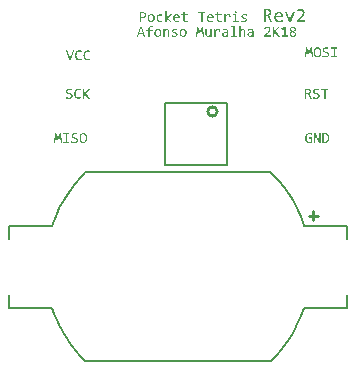
<source format=gbo>
G04 Layer_Color=32896*
%FSLAX44Y44*%
%MOMM*%
G71*
G01*
G75*
%ADD15C,0.2540*%
%ADD25C,0.2032*%
%ADD26C,0.1270*%
G36*
X273302Y410902D02*
X273443D01*
X273598Y410874D01*
X273768Y410845D01*
X273951Y410803D01*
X274120Y410747D01*
X274134Y410733D01*
X274191Y410719D01*
X274275Y410676D01*
X274388Y410620D01*
X274515Y410549D01*
X274642Y410479D01*
X274895Y410267D01*
X274909Y410253D01*
X274952Y410211D01*
X275008Y410141D01*
X275093Y410056D01*
X275177Y409943D01*
X275262Y409816D01*
X275347Y409675D01*
X275417Y409506D01*
X275431Y409492D01*
X275445Y409422D01*
X275473Y409337D01*
X275516Y409210D01*
X275544Y409055D01*
X275572Y408886D01*
X275586Y408703D01*
X275600Y408491D01*
Y408477D01*
Y408407D01*
Y408322D01*
X275586Y408195D01*
X275572Y408068D01*
X275544Y407913D01*
X275473Y407603D01*
Y407589D01*
X275445Y407533D01*
X275417Y407448D01*
X275375Y407349D01*
X275318Y407223D01*
X275248Y407081D01*
X275079Y406786D01*
X275065Y406771D01*
X275036Y406715D01*
X274980Y406645D01*
X274909Y406532D01*
X274811Y406405D01*
X274698Y406264D01*
X274571Y406109D01*
X274430Y405954D01*
X274416Y405940D01*
X274360Y405883D01*
X274275Y405799D01*
X274176Y405686D01*
X274035Y405545D01*
X273880Y405390D01*
X273711Y405207D01*
X273514Y405023D01*
X272020Y403557D01*
X276051D01*
Y402500D01*
X270582D01*
Y403487D01*
X272710Y405615D01*
X272738Y405644D01*
X272795Y405700D01*
X272894Y405799D01*
X273020Y405926D01*
X273162Y406067D01*
X273302Y406222D01*
X273443Y406377D01*
X273570Y406518D01*
X273584Y406532D01*
X273627Y406588D01*
X273683Y406659D01*
X273754Y406743D01*
X273838Y406856D01*
X273923Y406969D01*
X274078Y407208D01*
X274092Y407223D01*
X274106Y407265D01*
X274148Y407321D01*
X274191Y407406D01*
X274275Y407589D01*
X274331Y407800D01*
Y407815D01*
X274346Y407857D01*
X274360Y407913D01*
X274374Y407984D01*
Y408068D01*
X274388Y408181D01*
X274402Y408407D01*
Y408421D01*
Y408463D01*
Y408519D01*
X274388Y408590D01*
X274374Y408787D01*
X274317Y408985D01*
Y408999D01*
X274303Y409027D01*
X274289Y409083D01*
X274261Y409154D01*
X274176Y409309D01*
X274064Y409478D01*
X274050Y409492D01*
X274035Y409520D01*
X273993Y409548D01*
X273951Y409605D01*
X273796Y409704D01*
X273613Y409816D01*
X273598D01*
X273570Y409830D01*
X273514Y409859D01*
X273429Y409887D01*
X273331Y409901D01*
X273232Y409929D01*
X273105Y409943D01*
X272880D01*
X272781Y409929D01*
X272654Y409915D01*
X272499Y409887D01*
X272344Y409845D01*
X272175Y409788D01*
X272006Y409704D01*
X271991Y409689D01*
X271935Y409661D01*
X271850Y409605D01*
X271738Y409534D01*
X271625Y409450D01*
X271484Y409351D01*
X271357Y409224D01*
X271216Y409097D01*
X270610Y409816D01*
X270638Y409845D01*
X270695Y409901D01*
X270793Y409986D01*
X270920Y410098D01*
X271075Y410225D01*
X271258Y410352D01*
X271456Y410493D01*
X271681Y410606D01*
X271695D01*
X271709Y410620D01*
X271794Y410648D01*
X271921Y410704D01*
X272090Y410761D01*
X272302Y410817D01*
X272541Y410874D01*
X272809Y410902D01*
X273105Y410916D01*
X273204D01*
X273302Y410902D01*
D02*
G37*
G36*
X288428Y403529D02*
X290275D01*
Y402500D01*
X285073D01*
Y403529D01*
X287202D01*
Y409577D01*
X285214Y408505D01*
X284820Y409450D01*
X287442Y410831D01*
X288428D01*
Y403529D01*
D02*
G37*
G36*
X307467Y358275D02*
X307636D01*
X307833Y358247D01*
X308045Y358219D01*
X308256Y358176D01*
X308454Y358120D01*
X308482D01*
X308538Y358092D01*
X308637Y358049D01*
X308750Y358007D01*
X308891Y357951D01*
X309032Y357866D01*
X309173Y357782D01*
X309300Y357683D01*
X309314Y357669D01*
X309356Y357626D01*
X309412Y357570D01*
X309483Y357486D01*
X309567Y357387D01*
X309652Y357274D01*
X309722Y357133D01*
X309793Y356992D01*
X309807Y356978D01*
X309821Y356922D01*
X309849Y356837D01*
X309878Y356724D01*
X309906Y356597D01*
X309934Y356442D01*
X309962Y356287D01*
Y356104D01*
Y356090D01*
Y356034D01*
Y355963D01*
X309948Y355864D01*
X309934Y355752D01*
X309906Y355625D01*
X309835Y355357D01*
Y355343D01*
X309821Y355300D01*
X309793Y355230D01*
X309751Y355159D01*
X309652Y354948D01*
X309497Y354737D01*
X309483Y354723D01*
X309455Y354694D01*
X309412Y354638D01*
X309342Y354567D01*
X309257Y354497D01*
X309159Y354412D01*
X308933Y354243D01*
X308919Y354229D01*
X308877Y354215D01*
X308806Y354173D01*
X308722Y354130D01*
X308609Y354088D01*
X308482Y354032D01*
X308327Y353989D01*
X308172Y353947D01*
X308186D01*
X308228Y353919D01*
X308299Y353891D01*
X308383Y353848D01*
X308468Y353792D01*
X308566Y353708D01*
X308665Y353623D01*
X308764Y353510D01*
X308778Y353496D01*
X308806Y353454D01*
X308863Y353397D01*
X308919Y353299D01*
X309004Y353186D01*
X309088Y353059D01*
X309173Y352890D01*
X309271Y352721D01*
X310597Y350000D01*
X309314D01*
X308073Y352650D01*
Y352664D01*
X308045Y352707D01*
X308017Y352749D01*
X307989Y352819D01*
X307890Y352989D01*
X307777Y353144D01*
Y353158D01*
X307749Y353186D01*
X307693Y353270D01*
X307594Y353369D01*
X307467Y353468D01*
X307453D01*
X307439Y353482D01*
X307354Y353538D01*
X307241Y353581D01*
X307101Y353637D01*
X307086D01*
X307072Y353651D01*
X307030D01*
X306974Y353665D01*
X306833Y353679D01*
X306649Y353693D01*
X306128D01*
Y350000D01*
X305000D01*
Y358289D01*
X307340D01*
X307467Y358275D01*
D02*
G37*
G36*
X245348Y403416D02*
X247251D01*
Y402500D01*
X242148D01*
Y403416D01*
X244234D01*
Y410564D01*
X242360D01*
Y411466D01*
X245348D01*
Y403416D01*
D02*
G37*
G36*
X250324Y408858D02*
X250282Y407857D01*
X250296Y407871D01*
X250324Y407913D01*
X250381Y407970D01*
X250437Y408040D01*
X250606Y408209D01*
X250790Y408378D01*
X250804Y408393D01*
X250832Y408421D01*
X250888Y408463D01*
X250945Y408505D01*
X251100Y408618D01*
X251283Y408731D01*
X251297D01*
X251325Y408759D01*
X251382Y408773D01*
X251438Y408801D01*
X251607Y408858D01*
X251790Y408914D01*
X251805D01*
X251833Y408928D01*
X251889Y408942D01*
X251960Y408956D01*
X252143Y408970D01*
X252340Y408985D01*
X252439D01*
X252495Y408970D01*
X252580D01*
X252664Y408956D01*
X252890Y408914D01*
X253130Y408844D01*
X253369Y408731D01*
X253609Y408590D01*
X253820Y408393D01*
X253849Y408364D01*
X253905Y408280D01*
X253990Y408153D01*
X254088Y407956D01*
X254173Y407716D01*
X254257Y407406D01*
X254314Y407053D01*
X254342Y406645D01*
Y402500D01*
X253242D01*
Y406560D01*
Y406574D01*
Y406588D01*
Y406687D01*
X253228Y406814D01*
X253214Y406969D01*
X253172Y407152D01*
X253130Y407335D01*
X253059Y407504D01*
X252960Y407659D01*
X252946Y407674D01*
X252904Y407716D01*
X252848Y407772D01*
X252763Y407843D01*
X252650Y407913D01*
X252509Y407970D01*
X252354Y408012D01*
X252171Y408026D01*
X252086D01*
X252030Y408012D01*
X251903Y407998D01*
X251748Y407956D01*
X251734D01*
X251720Y407941D01*
X251678Y407927D01*
X251621Y407913D01*
X251494Y407843D01*
X251339Y407744D01*
X251325D01*
X251311Y407716D01*
X251269Y407688D01*
X251212Y407645D01*
X251071Y407519D01*
X250888Y407349D01*
X250874Y407335D01*
X250846Y407307D01*
X250790Y407251D01*
X250733Y407180D01*
X250648Y407081D01*
X250550Y406969D01*
X250437Y406856D01*
X250324Y406715D01*
Y402500D01*
X249225D01*
Y411466D01*
X250324D01*
Y408858D01*
D02*
G37*
G36*
X259318Y408970D02*
X259473Y408956D01*
X259657Y408928D01*
X260009Y408858D01*
X260023D01*
X260093Y408830D01*
X260178Y408801D01*
X260277Y408759D01*
X260404Y408703D01*
X260530Y408632D01*
X260657Y408562D01*
X260784Y408463D01*
X260798Y408449D01*
X260841Y408421D01*
X260897Y408364D01*
X260968Y408294D01*
X261052Y408195D01*
X261137Y408082D01*
X261207Y407956D01*
X261278Y407815D01*
X261292Y407800D01*
X261306Y407744D01*
X261334Y407659D01*
X261376Y407547D01*
X261405Y407420D01*
X261433Y407251D01*
X261447Y407081D01*
X261461Y406884D01*
Y402500D01*
X260460D01*
X260432Y403346D01*
X260404Y403318D01*
X260347Y403261D01*
X260235Y403177D01*
X260108Y403064D01*
X259939Y402951D01*
X259769Y402824D01*
X259572Y402711D01*
X259375Y402613D01*
X259346Y402599D01*
X259276Y402585D01*
X259177Y402542D01*
X259036Y402500D01*
X258867Y402458D01*
X258670Y402430D01*
X258472Y402401D01*
X258247Y402387D01*
X258162D01*
X258064Y402401D01*
X257937D01*
X257782Y402415D01*
X257627Y402444D01*
X257316Y402514D01*
X257302D01*
X257260Y402542D01*
X257190Y402570D01*
X257091Y402613D01*
X256894Y402740D01*
X256682Y402895D01*
X256668Y402909D01*
X256640Y402937D01*
X256597Y402993D01*
X256541Y403064D01*
X256485Y403148D01*
X256414Y403247D01*
X256315Y403473D01*
Y403487D01*
X256301Y403529D01*
X256287Y403600D01*
X256259Y403684D01*
X256245Y403797D01*
X256217Y403924D01*
X256203Y404192D01*
Y404206D01*
Y404234D01*
Y404290D01*
X256217Y404347D01*
X256231Y404431D01*
X256245Y404530D01*
X256287Y404741D01*
X256372Y404981D01*
X256499Y405235D01*
X256583Y405362D01*
X256682Y405475D01*
X256781Y405587D01*
X256908Y405700D01*
X256922D01*
X256936Y405728D01*
X256978Y405756D01*
X257049Y405785D01*
X257119Y405827D01*
X257204Y405869D01*
X257316Y405926D01*
X257443Y405982D01*
X257584Y406024D01*
X257739Y406081D01*
X257908Y406123D01*
X258106Y406165D01*
X258303Y406193D01*
X258529Y406222D01*
X258768Y406250D01*
X260347D01*
Y406800D01*
Y406828D01*
Y406898D01*
X260333Y406997D01*
X260305Y407124D01*
X260263Y407265D01*
X260192Y407420D01*
X260108Y407561D01*
X259981Y407702D01*
X259967Y407716D01*
X259910Y407758D01*
X259826Y407815D01*
X259713Y407871D01*
X259558Y407927D01*
X259361Y407984D01*
X259135Y408026D01*
X258881Y408040D01*
X258684D01*
X258543Y408026D01*
X258374Y408012D01*
X258204Y407984D01*
X257810Y407913D01*
X257782D01*
X257725Y407885D01*
X257612Y407857D01*
X257486Y407829D01*
X257316Y407772D01*
X257133Y407716D01*
X256936Y407645D01*
X256738Y407575D01*
Y408576D01*
X256752D01*
X256781Y408590D01*
X256809Y408604D01*
X256865Y408618D01*
X257006Y408660D01*
X257190Y408717D01*
X257204D01*
X257232Y408731D01*
X257288Y408745D01*
X257359Y408759D01*
X257542Y408801D01*
X257739Y408844D01*
X257753D01*
X257796Y408858D01*
X257852Y408872D01*
X257923Y408886D01*
X258007Y408900D01*
X258106Y408914D01*
X258331Y408942D01*
X258346D01*
X258388Y408956D01*
X258444D01*
X258529Y408970D01*
X258627D01*
X258726Y408985D01*
X259177D01*
X259318Y408970D01*
D02*
G37*
G36*
X309271Y320902D02*
X309426Y320888D01*
X309610Y320874D01*
X309990Y320817D01*
X310019D01*
X310075Y320803D01*
X310174Y320775D01*
X310301Y320747D01*
X310455Y320704D01*
X310611Y320648D01*
X310963Y320507D01*
Y319379D01*
X310949Y319393D01*
X310878Y319422D01*
X310794Y319464D01*
X310667Y319520D01*
X310526Y319577D01*
X310357Y319647D01*
X310004Y319760D01*
X309976D01*
X309920Y319788D01*
X309821Y319802D01*
X309694Y319830D01*
X309525Y319859D01*
X309356Y319873D01*
X309159Y319901D01*
X308834D01*
X308708Y319887D01*
X308552Y319873D01*
X308369Y319844D01*
X308172Y319802D01*
X307960Y319746D01*
X307763Y319661D01*
X307735Y319647D01*
X307678Y319619D01*
X307580Y319563D01*
X307467Y319492D01*
X307326Y319393D01*
X307185Y319281D01*
X307044Y319140D01*
X306903Y318985D01*
X306889Y318971D01*
X306847Y318914D01*
X306776Y318815D01*
X306706Y318703D01*
X306621Y318548D01*
X306523Y318379D01*
X306438Y318181D01*
X306367Y317955D01*
X306353Y317927D01*
X306339Y317857D01*
X306311Y317730D01*
X306283Y317575D01*
X306241Y317378D01*
X306212Y317152D01*
X306198Y316898D01*
X306184Y316630D01*
Y316616D01*
Y316602D01*
Y316560D01*
Y316504D01*
X306198Y316363D01*
Y316179D01*
X306212Y315968D01*
X306241Y315728D01*
X306283Y315503D01*
X306325Y315263D01*
X306339Y315235D01*
X306353Y315164D01*
X306396Y315052D01*
X306438Y314911D01*
X306508Y314741D01*
X306593Y314572D01*
X306692Y314403D01*
X306804Y314234D01*
X306819Y314220D01*
X306861Y314163D01*
X306931Y314093D01*
X307030Y314008D01*
X307157Y313896D01*
X307298Y313797D01*
X307453Y313698D01*
X307636Y313600D01*
X307664Y313585D01*
X307721Y313571D01*
X307833Y313529D01*
X307974Y313501D01*
X308158Y313459D01*
X308369Y313416D01*
X308595Y313402D01*
X308848Y313388D01*
X309130D01*
X309187Y313402D01*
X309286D01*
X309384Y313416D01*
X309412D01*
X309469Y313430D01*
X309553Y313459D01*
X309652Y313473D01*
X309680Y313487D01*
X309737Y313501D01*
X309807Y313529D01*
X309892Y313557D01*
Y316193D01*
X308186D01*
Y317124D01*
X311005D01*
Y312881D01*
X310991D01*
X310963Y312866D01*
X310907Y312838D01*
X310836Y312810D01*
X310653Y312726D01*
X310441Y312655D01*
X310427D01*
X310399Y312641D01*
X310343Y312627D01*
X310258Y312613D01*
X310174Y312585D01*
X310075Y312556D01*
X309849Y312514D01*
X309835D01*
X309793Y312500D01*
X309737D01*
X309666Y312486D01*
X309469Y312458D01*
X309257Y312430D01*
X309201D01*
X309144Y312415D01*
X309074D01*
X308891Y312401D01*
X308679Y312387D01*
X308538D01*
X308369Y312401D01*
X308172Y312415D01*
X307932Y312444D01*
X307678Y312500D01*
X307411Y312556D01*
X307143Y312641D01*
X307129D01*
X307115Y312655D01*
X307030Y312697D01*
X306903Y312754D01*
X306748Y312838D01*
X306565Y312951D01*
X306367Y313092D01*
X306170Y313247D01*
X305987Y313430D01*
X305973Y313459D01*
X305902Y313529D01*
X305818Y313642D01*
X305719Y313797D01*
X305592Y313980D01*
X305479Y314206D01*
X305352Y314459D01*
X305254Y314741D01*
Y314755D01*
X305240Y314784D01*
X305226Y314826D01*
X305212Y314882D01*
X305197Y314953D01*
X305169Y315037D01*
X305127Y315263D01*
X305085Y315517D01*
X305042Y315827D01*
X305014Y316179D01*
X305000Y316546D01*
Y316560D01*
Y316588D01*
Y316644D01*
Y316715D01*
X305014Y316814D01*
Y316912D01*
X305042Y317166D01*
X305070Y317448D01*
X305113Y317758D01*
X305183Y318068D01*
X305282Y318379D01*
Y318393D01*
X305296Y318421D01*
X305310Y318463D01*
X305338Y318519D01*
X305395Y318660D01*
X305493Y318858D01*
X305592Y319069D01*
X305733Y319309D01*
X305888Y319534D01*
X306071Y319760D01*
X306100Y319788D01*
X306170Y319859D01*
X306269Y319957D01*
X306424Y320084D01*
X306607Y320225D01*
X306819Y320366D01*
X307058Y320493D01*
X307312Y320620D01*
X307326D01*
X307340Y320634D01*
X307382Y320648D01*
X307439Y320662D01*
X307594Y320719D01*
X307791Y320775D01*
X308031Y320817D01*
X308299Y320874D01*
X308609Y320902D01*
X308933Y320916D01*
X309130D01*
X309271Y320902D01*
D02*
G37*
G36*
X105968Y358402D02*
X106137Y358388D01*
X106222D01*
X106292Y358374D01*
X106447Y358359D01*
X106630Y358331D01*
X106673D01*
X106729Y358317D01*
X106785D01*
X106941Y358289D01*
X107124Y358261D01*
X107166D01*
X107222Y358247D01*
X107279Y358233D01*
X107434Y358204D01*
X107589Y358176D01*
Y357161D01*
X107561D01*
X107504Y357189D01*
X107406Y357204D01*
X107279Y357232D01*
X107138Y357260D01*
X106969Y357302D01*
X106602Y357359D01*
X106588D01*
X106518Y357373D01*
X106433Y357387D01*
X106306Y357401D01*
X106165Y357415D01*
X105996Y357429D01*
X105658Y357443D01*
X105503D01*
X105333Y357429D01*
X105122Y357401D01*
X104882Y357359D01*
X104643Y357302D01*
X104431Y357218D01*
X104234Y357105D01*
X104220Y357091D01*
X104163Y357048D01*
X104093Y356978D01*
X104008Y356879D01*
X103924Y356753D01*
X103853Y356597D01*
X103797Y356428D01*
X103783Y356231D01*
Y356217D01*
Y356175D01*
X103797Y356118D01*
X103811Y356034D01*
X103867Y355850D01*
X103910Y355752D01*
X103966Y355653D01*
X103980Y355639D01*
X103994Y355611D01*
X104037Y355568D01*
X104093Y355512D01*
X104248Y355371D01*
X104445Y355216D01*
X104459Y355202D01*
X104502Y355188D01*
X104558Y355145D01*
X104657Y355103D01*
X104755Y355047D01*
X104868Y354990D01*
X105150Y354878D01*
X105164D01*
X105221Y354849D01*
X105291Y354821D01*
X105404Y354779D01*
X105517Y354737D01*
X105644Y354680D01*
X105940Y354553D01*
X105954D01*
X106010Y354525D01*
X106095Y354497D01*
X106193Y354455D01*
X106320Y354398D01*
X106447Y354342D01*
X106743Y354201D01*
X106757Y354187D01*
X106814Y354173D01*
X106884Y354130D01*
X106983Y354074D01*
X107208Y353919D01*
X107434Y353736D01*
X107448Y353722D01*
X107490Y353693D01*
X107547Y353637D01*
X107617Y353553D01*
X107688Y353468D01*
X107772Y353355D01*
X107927Y353101D01*
X107941Y353087D01*
X107956Y353031D01*
X107984Y352960D01*
X108026Y352862D01*
X108068Y352735D01*
X108097Y352580D01*
X108111Y352425D01*
X108125Y352241D01*
Y352213D01*
Y352143D01*
X108111Y352030D01*
X108097Y351889D01*
X108068Y351734D01*
X108012Y351551D01*
X107956Y351367D01*
X107871Y351198D01*
X107857Y351184D01*
X107829Y351128D01*
X107772Y351043D01*
X107702Y350945D01*
X107603Y350832D01*
X107490Y350705D01*
X107349Y350578D01*
X107194Y350465D01*
X107180Y350451D01*
X107124Y350423D01*
X107025Y350367D01*
X106912Y350296D01*
X106757Y350226D01*
X106588Y350155D01*
X106391Y350085D01*
X106165Y350028D01*
X106137D01*
X106067Y350000D01*
X105940Y349986D01*
X105771Y349958D01*
X105573Y349930D01*
X105348Y349915D01*
X105094Y349887D01*
X104629D01*
X104516Y349901D01*
X104417D01*
X104163Y349915D01*
X104107D01*
X104051Y349930D01*
X103966D01*
X103769Y349958D01*
X103543Y349986D01*
X103487D01*
X103430Y350000D01*
X103360D01*
X103177Y350028D01*
X102979Y350056D01*
X102965D01*
X102937Y350070D01*
X102881Y350085D01*
X102824Y350099D01*
X102669Y350141D01*
X102500Y350183D01*
Y351269D01*
X102528Y351255D01*
X102585Y351241D01*
X102683Y351212D01*
X102810Y351170D01*
X102965Y351114D01*
X103148Y351071D01*
X103346Y351029D01*
X103557Y350987D01*
X103586D01*
X103656Y350973D01*
X103783Y350959D01*
X103952Y350945D01*
X104149Y350916D01*
X104375Y350902D01*
X104629Y350888D01*
X105108D01*
X105235Y350902D01*
X105376D01*
X105531Y350930D01*
X105686Y350945D01*
X105841Y350973D01*
X105855D01*
X105912Y350987D01*
X105968Y351015D01*
X106067Y351029D01*
X106264Y351114D01*
X106461Y351212D01*
X106475Y351227D01*
X106503Y351241D01*
X106546Y351283D01*
X106602Y351325D01*
X106729Y351452D01*
X106828Y351621D01*
Y351635D01*
X106842Y351664D01*
X106870Y351720D01*
X106884Y351790D01*
X106912Y351875D01*
X106926Y351974D01*
X106941Y352185D01*
Y352199D01*
Y352241D01*
X106926Y352298D01*
X106912Y352382D01*
X106856Y352566D01*
X106814Y352650D01*
X106743Y352749D01*
X106729Y352763D01*
X106715Y352791D01*
X106673Y352834D01*
X106616Y352890D01*
X106546Y352960D01*
X106461Y353031D01*
X106250Y353172D01*
X106236Y353186D01*
X106193Y353200D01*
X106137Y353242D01*
X106052Y353285D01*
X105954Y353341D01*
X105841Y353397D01*
X105559Y353524D01*
X105545Y353538D01*
X105489Y353553D01*
X105418Y353581D01*
X105305Y353623D01*
X105192Y353665D01*
X105052Y353722D01*
X104755Y353834D01*
X104741Y353848D01*
X104685Y353863D01*
X104614Y353905D01*
X104516Y353947D01*
X104389Y354004D01*
X104262Y354060D01*
X103966Y354201D01*
X103952Y354215D01*
X103896Y354243D01*
X103825Y354271D01*
X103726Y354328D01*
X103628Y354398D01*
X103501Y354469D01*
X103261Y354652D01*
X103247Y354666D01*
X103219Y354694D01*
X103163Y354751D01*
X103092Y354835D01*
X103022Y354920D01*
X102937Y355033D01*
X102782Y355272D01*
X102768Y355286D01*
X102754Y355343D01*
X102726Y355413D01*
X102697Y355512D01*
X102655Y355639D01*
X102627Y355780D01*
X102613Y355949D01*
X102599Y356118D01*
Y356132D01*
Y356189D01*
X102613Y356273D01*
X102627Y356386D01*
X102641Y356513D01*
X102669Y356654D01*
X102711Y356809D01*
X102768Y356964D01*
X102782Y356978D01*
X102796Y357034D01*
X102852Y357105D01*
X102909Y357204D01*
X102979Y357316D01*
X103078Y357443D01*
X103191Y357570D01*
X103318Y357697D01*
X103332Y357711D01*
X103388Y357753D01*
X103473Y357810D01*
X103586Y357880D01*
X103712Y357965D01*
X103882Y358049D01*
X104065Y358134D01*
X104276Y358219D01*
X104304Y358233D01*
X104389Y358247D01*
X104502Y358275D01*
X104671Y358317D01*
X104882Y358359D01*
X105122Y358388D01*
X105390Y358402D01*
X105686Y358416D01*
X105827D01*
X105968Y358402D01*
D02*
G37*
G36*
X219311Y402500D02*
X218211D01*
X218042Y407674D01*
X217972Y409647D01*
X217577Y408505D01*
X216350Y405207D01*
X215575D01*
X214405Y408378D01*
X214025Y409647D01*
X213996Y407589D01*
X213855Y402500D01*
X212784D01*
X213193Y410789D01*
X214532D01*
X215646Y407659D01*
X216012Y406602D01*
X216350Y407659D01*
X217535Y410789D01*
X218916D01*
X219311Y402500D01*
D02*
G37*
G36*
X280013Y406842D02*
X283438Y402500D01*
X282029D01*
X278913Y406560D01*
Y402500D01*
X277785D01*
Y410789D01*
X278913D01*
Y406926D01*
X281958Y410789D01*
X283283D01*
X280013Y406842D01*
D02*
G37*
G36*
X318124Y312500D02*
X316588D01*
X314276Y317674D01*
X313613Y319337D01*
Y315150D01*
Y312500D01*
X312486D01*
Y320789D01*
X313994D01*
X316193Y315883D01*
X316996Y313994D01*
Y318435D01*
Y320789D01*
X318124D01*
Y312500D01*
D02*
G37*
G36*
X225753Y402500D02*
X224767D01*
X224724Y403515D01*
X224710Y403501D01*
X224682Y403459D01*
X224625Y403402D01*
X224555Y403332D01*
X224372Y403148D01*
X224174Y402965D01*
X224160Y402951D01*
X224132Y402937D01*
X224076Y402895D01*
X224019Y402838D01*
X223850Y402740D01*
X223667Y402627D01*
X223653D01*
X223625Y402613D01*
X223568Y402585D01*
X223512Y402556D01*
X223343Y402500D01*
X223159Y402444D01*
X223145D01*
X223117Y402430D01*
X223061D01*
X222990Y402415D01*
X222821Y402401D01*
X222610Y402387D01*
X222511D01*
X222454Y402401D01*
X222370D01*
X222271Y402415D01*
X222060Y402458D01*
X221820Y402528D01*
X221581Y402627D01*
X221341Y402768D01*
X221129Y402951D01*
X221115Y402979D01*
X221059Y403064D01*
X220974Y403191D01*
X220890Y403388D01*
X220791Y403628D01*
X220721Y403938D01*
X220664Y404290D01*
X220636Y404699D01*
Y408872D01*
X221736D01*
Y404784D01*
Y404770D01*
Y404727D01*
X221750Y404657D01*
Y404558D01*
X221764Y404445D01*
X221792Y404319D01*
X221877Y404065D01*
X221933Y403924D01*
X222003Y403797D01*
X222088Y403670D01*
X222201Y403557D01*
X222328Y403473D01*
X222469Y403388D01*
X222638Y403346D01*
X222835Y403332D01*
X222863D01*
X222962Y403346D01*
X223089Y403360D01*
X223230Y403388D01*
X223244D01*
X223258Y403402D01*
X223300Y403416D01*
X223357Y403430D01*
X223484Y403501D01*
X223639Y403586D01*
X223653Y403600D01*
X223681Y403614D01*
X223723Y403642D01*
X223780Y403698D01*
X223921Y403825D01*
X224090Y403994D01*
X224104Y404008D01*
X224132Y404037D01*
X224188Y404093D01*
X224259Y404178D01*
X224343Y404262D01*
X224442Y404375D01*
X224541Y404502D01*
X224654Y404643D01*
Y408872D01*
X225753D01*
Y402500D01*
D02*
G37*
G36*
X322015Y320775D02*
X322170Y320761D01*
X322353Y320733D01*
X322565Y320704D01*
X322790Y320662D01*
X323016Y320606D01*
X323256Y320549D01*
X323495Y320465D01*
X323735Y320366D01*
X323975Y320253D01*
X324200Y320112D01*
X324412Y319971D01*
X324595Y319788D01*
X324609Y319774D01*
X324637Y319746D01*
X324679Y319690D01*
X324750Y319605D01*
X324820Y319492D01*
X324905Y319365D01*
X324990Y319210D01*
X325074Y319027D01*
X325159Y318830D01*
X325257Y318604D01*
X325328Y318350D01*
X325398Y318082D01*
X325469Y317772D01*
X325511Y317448D01*
X325539Y317110D01*
X325553Y316729D01*
Y316701D01*
Y316630D01*
Y316518D01*
X325539Y316363D01*
X325525Y316193D01*
X325511Y315996D01*
X325455Y315587D01*
Y315559D01*
X325441Y315489D01*
X325412Y315390D01*
X325384Y315249D01*
X325342Y315094D01*
X325286Y314925D01*
X325159Y314572D01*
X325145Y314558D01*
X325116Y314488D01*
X325074Y314403D01*
X325018Y314290D01*
X324947Y314163D01*
X324863Y314008D01*
X324637Y313712D01*
X324623Y313698D01*
X324581Y313656D01*
X324510Y313571D01*
X324412Y313487D01*
X324299Y313388D01*
X324158Y313275D01*
X324003Y313163D01*
X323834Y313064D01*
X323820Y313050D01*
X323749Y313022D01*
X323650Y312965D01*
X323523Y312909D01*
X323368Y312838D01*
X323185Y312768D01*
X322974Y312697D01*
X322748Y312641D01*
X322720D01*
X322635Y312613D01*
X322509Y312599D01*
X322339Y312570D01*
X322128Y312542D01*
X321888Y312528D01*
X321620Y312500D01*
X319562D01*
Y320789D01*
X321874D01*
X322015Y320775D01*
D02*
G37*
G36*
X237877Y408970D02*
X238032Y408956D01*
X238215Y408928D01*
X238567Y408858D01*
X238582D01*
X238652Y408830D01*
X238737Y408801D01*
X238835Y408759D01*
X238962Y408703D01*
X239089Y408632D01*
X239216Y408562D01*
X239343Y408463D01*
X239357Y408449D01*
X239399Y408421D01*
X239456Y408364D01*
X239526Y408294D01*
X239611Y408195D01*
X239695Y408082D01*
X239766Y407956D01*
X239836Y407815D01*
X239850Y407800D01*
X239864Y407744D01*
X239893Y407659D01*
X239935Y407547D01*
X239963Y407420D01*
X239991Y407251D01*
X240005Y407081D01*
X240019Y406884D01*
Y402500D01*
X239018D01*
X238990Y403346D01*
X238962Y403318D01*
X238906Y403261D01*
X238793Y403177D01*
X238666Y403064D01*
X238497Y402951D01*
X238328Y402824D01*
X238130Y402711D01*
X237933Y402613D01*
X237905Y402599D01*
X237834Y402585D01*
X237736Y402542D01*
X237595Y402500D01*
X237426Y402458D01*
X237228Y402430D01*
X237031Y402401D01*
X236805Y402387D01*
X236721D01*
X236622Y402401D01*
X236495D01*
X236340Y402415D01*
X236185Y402444D01*
X235875Y402514D01*
X235861D01*
X235819Y402542D01*
X235748Y402570D01*
X235649Y402613D01*
X235452Y402740D01*
X235240Y402895D01*
X235226Y402909D01*
X235198Y402937D01*
X235156Y402993D01*
X235100Y403064D01*
X235043Y403148D01*
X234973Y403247D01*
X234874Y403473D01*
Y403487D01*
X234860Y403529D01*
X234846Y403600D01*
X234818Y403684D01*
X234804Y403797D01*
X234775Y403924D01*
X234761Y404192D01*
Y404206D01*
Y404234D01*
Y404290D01*
X234775Y404347D01*
X234789Y404431D01*
X234804Y404530D01*
X234846Y404741D01*
X234930Y404981D01*
X235057Y405235D01*
X235142Y405362D01*
X235240Y405475D01*
X235339Y405587D01*
X235466Y405700D01*
X235480D01*
X235494Y405728D01*
X235537Y405756D01*
X235607Y405785D01*
X235678Y405827D01*
X235762Y405869D01*
X235875Y405926D01*
X236002Y405982D01*
X236143Y406024D01*
X236298Y406081D01*
X236467Y406123D01*
X236664Y406165D01*
X236862Y406193D01*
X237087Y406222D01*
X237327Y406250D01*
X238906D01*
Y406800D01*
Y406828D01*
Y406898D01*
X238892Y406997D01*
X238864Y407124D01*
X238821Y407265D01*
X238751Y407420D01*
X238666Y407561D01*
X238539Y407702D01*
X238525Y407716D01*
X238469Y407758D01*
X238384Y407815D01*
X238271Y407871D01*
X238116Y407927D01*
X237919Y407984D01*
X237693Y408026D01*
X237440Y408040D01*
X237242D01*
X237101Y408026D01*
X236932Y408012D01*
X236763Y407984D01*
X236368Y407913D01*
X236340D01*
X236284Y407885D01*
X236171Y407857D01*
X236044Y407829D01*
X235875Y407772D01*
X235692Y407716D01*
X235494Y407645D01*
X235297Y407575D01*
Y408576D01*
X235311D01*
X235339Y408590D01*
X235367Y408604D01*
X235424Y408618D01*
X235565Y408660D01*
X235748Y408717D01*
X235762D01*
X235790Y408731D01*
X235847Y408745D01*
X235917Y408759D01*
X236100Y408801D01*
X236298Y408844D01*
X236312D01*
X236354Y408858D01*
X236411Y408872D01*
X236481Y408886D01*
X236566Y408900D01*
X236664Y408914D01*
X236890Y408942D01*
X236904D01*
X236946Y408956D01*
X237003D01*
X237087Y408970D01*
X237186D01*
X237285Y408985D01*
X237736D01*
X237877Y408970D01*
D02*
G37*
G36*
X324806Y357331D02*
X322353D01*
Y350000D01*
X321212D01*
Y357331D01*
X318759D01*
Y358289D01*
X324806D01*
Y357331D01*
D02*
G37*
G36*
X311527Y385000D02*
X310427D01*
X310258Y390174D01*
X310188Y392147D01*
X309793Y391005D01*
X308566Y387707D01*
X307791D01*
X306621Y390878D01*
X306241Y392147D01*
X306212Y390089D01*
X306071Y385000D01*
X305000D01*
X305409Y393289D01*
X306748D01*
X307862Y390159D01*
X308228Y389102D01*
X308566Y390159D01*
X309751Y393289D01*
X311132D01*
X311527Y385000D01*
D02*
G37*
G36*
X323157Y393402D02*
X323326Y393388D01*
X323411D01*
X323481Y393374D01*
X323636Y393359D01*
X323820Y393331D01*
X323862D01*
X323918Y393317D01*
X323975D01*
X324130Y393289D01*
X324313Y393261D01*
X324355D01*
X324412Y393247D01*
X324468Y393233D01*
X324623Y393204D01*
X324778Y393176D01*
Y392161D01*
X324750D01*
X324693Y392189D01*
X324595Y392204D01*
X324468Y392232D01*
X324327Y392260D01*
X324158Y392302D01*
X323791Y392359D01*
X323777D01*
X323707Y392373D01*
X323622Y392387D01*
X323495Y392401D01*
X323354Y392415D01*
X323185Y392429D01*
X322847Y392443D01*
X322692D01*
X322523Y392429D01*
X322311Y392401D01*
X322071Y392359D01*
X321832Y392302D01*
X321620Y392218D01*
X321423Y392105D01*
X321409Y392091D01*
X321353Y392048D01*
X321282Y391978D01*
X321198Y391879D01*
X321113Y391753D01*
X321042Y391597D01*
X320986Y391428D01*
X320972Y391231D01*
Y391217D01*
Y391175D01*
X320986Y391118D01*
X321000Y391034D01*
X321057Y390850D01*
X321099Y390752D01*
X321155Y390653D01*
X321169Y390639D01*
X321183Y390611D01*
X321226Y390568D01*
X321282Y390512D01*
X321437Y390371D01*
X321634Y390216D01*
X321649Y390202D01*
X321691Y390188D01*
X321747Y390145D01*
X321846Y390103D01*
X321945Y390047D01*
X322057Y389990D01*
X322339Y389878D01*
X322353D01*
X322410Y389849D01*
X322480Y389821D01*
X322593Y389779D01*
X322706Y389737D01*
X322833Y389680D01*
X323129Y389553D01*
X323143D01*
X323199Y389525D01*
X323284Y389497D01*
X323382Y389455D01*
X323509Y389398D01*
X323636Y389342D01*
X323932Y389201D01*
X323946Y389187D01*
X324003Y389173D01*
X324073Y389130D01*
X324172Y389074D01*
X324398Y388919D01*
X324623Y388736D01*
X324637Y388722D01*
X324679Y388693D01*
X324736Y388637D01*
X324806Y388552D01*
X324877Y388468D01*
X324961Y388355D01*
X325116Y388101D01*
X325131Y388087D01*
X325145Y388031D01*
X325173Y387960D01*
X325215Y387862D01*
X325257Y387735D01*
X325286Y387580D01*
X325300Y387425D01*
X325314Y387241D01*
Y387213D01*
Y387143D01*
X325300Y387030D01*
X325286Y386889D01*
X325257Y386734D01*
X325201Y386551D01*
X325145Y386367D01*
X325060Y386198D01*
X325046Y386184D01*
X325018Y386128D01*
X324961Y386043D01*
X324891Y385945D01*
X324792Y385832D01*
X324679Y385705D01*
X324538Y385578D01*
X324383Y385465D01*
X324369Y385451D01*
X324313Y385423D01*
X324214Y385367D01*
X324101Y385296D01*
X323946Y385225D01*
X323777Y385155D01*
X323580Y385085D01*
X323354Y385028D01*
X323326D01*
X323256Y385000D01*
X323129Y384986D01*
X322960Y384958D01*
X322762Y384930D01*
X322537Y384915D01*
X322283Y384887D01*
X321818D01*
X321705Y384901D01*
X321606D01*
X321353Y384915D01*
X321296D01*
X321240Y384930D01*
X321155D01*
X320958Y384958D01*
X320732Y384986D01*
X320676D01*
X320620Y385000D01*
X320549D01*
X320366Y385028D01*
X320168Y385056D01*
X320154D01*
X320126Y385070D01*
X320070Y385085D01*
X320013Y385099D01*
X319858Y385141D01*
X319689Y385183D01*
Y386269D01*
X319717Y386255D01*
X319774Y386241D01*
X319872Y386212D01*
X319999Y386170D01*
X320154Y386114D01*
X320337Y386071D01*
X320535Y386029D01*
X320746Y385987D01*
X320774D01*
X320845Y385973D01*
X320972Y385959D01*
X321141Y385945D01*
X321338Y385916D01*
X321564Y385902D01*
X321818Y385888D01*
X322297D01*
X322424Y385902D01*
X322565D01*
X322720Y385930D01*
X322875Y385945D01*
X323030Y385973D01*
X323044D01*
X323101Y385987D01*
X323157Y386015D01*
X323256Y386029D01*
X323453Y386114D01*
X323650Y386212D01*
X323664Y386226D01*
X323693Y386241D01*
X323735Y386283D01*
X323791Y386325D01*
X323918Y386452D01*
X324017Y386621D01*
Y386635D01*
X324031Y386663D01*
X324059Y386720D01*
X324073Y386790D01*
X324101Y386875D01*
X324115Y386974D01*
X324130Y387185D01*
Y387199D01*
Y387241D01*
X324115Y387298D01*
X324101Y387382D01*
X324045Y387566D01*
X324003Y387650D01*
X323932Y387749D01*
X323918Y387763D01*
X323904Y387791D01*
X323862Y387834D01*
X323805Y387890D01*
X323735Y387960D01*
X323650Y388031D01*
X323439Y388172D01*
X323425Y388186D01*
X323382Y388200D01*
X323326Y388242D01*
X323242Y388285D01*
X323143Y388341D01*
X323030Y388397D01*
X322748Y388524D01*
X322734Y388538D01*
X322678Y388552D01*
X322607Y388581D01*
X322494Y388623D01*
X322382Y388665D01*
X322241Y388722D01*
X321945Y388834D01*
X321931Y388848D01*
X321874Y388863D01*
X321804Y388905D01*
X321705Y388947D01*
X321578Y389003D01*
X321451Y389060D01*
X321155Y389201D01*
X321141Y389215D01*
X321085Y389243D01*
X321014Y389271D01*
X320915Y389328D01*
X320817Y389398D01*
X320690Y389469D01*
X320450Y389652D01*
X320436Y389666D01*
X320408Y389694D01*
X320352Y389751D01*
X320281Y389835D01*
X320211Y389920D01*
X320126Y390033D01*
X319971Y390272D01*
X319957Y390286D01*
X319943Y390343D01*
X319915Y390413D01*
X319886Y390512D01*
X319844Y390639D01*
X319816Y390780D01*
X319802Y390949D01*
X319788Y391118D01*
Y391132D01*
Y391189D01*
X319802Y391273D01*
X319816Y391386D01*
X319830Y391513D01*
X319858Y391654D01*
X319900Y391809D01*
X319957Y391964D01*
X319971Y391978D01*
X319985Y392034D01*
X320042Y392105D01*
X320098Y392204D01*
X320168Y392316D01*
X320267Y392443D01*
X320380Y392570D01*
X320507Y392697D01*
X320521Y392711D01*
X320577Y392753D01*
X320662Y392810D01*
X320774Y392880D01*
X320901Y392965D01*
X321071Y393049D01*
X321254Y393134D01*
X321465Y393218D01*
X321493Y393233D01*
X321578Y393247D01*
X321691Y393275D01*
X321860Y393317D01*
X322071Y393359D01*
X322311Y393388D01*
X322579Y393402D01*
X322875Y393416D01*
X323016D01*
X323157Y393402D01*
D02*
G37*
G36*
X315234Y358402D02*
X315404Y358388D01*
X315488D01*
X315559Y358374D01*
X315714Y358359D01*
X315897Y358331D01*
X315939D01*
X315996Y358317D01*
X316052D01*
X316207Y358289D01*
X316390Y358261D01*
X316433D01*
X316489Y358247D01*
X316545Y358233D01*
X316700Y358204D01*
X316856Y358176D01*
Y357161D01*
X316827D01*
X316771Y357189D01*
X316672Y357204D01*
X316545Y357232D01*
X316404Y357260D01*
X316235Y357302D01*
X315869Y357359D01*
X315855D01*
X315784Y357373D01*
X315700Y357387D01*
X315573Y357401D01*
X315432Y357415D01*
X315263Y357429D01*
X314924Y357443D01*
X314769D01*
X314600Y357429D01*
X314389Y357401D01*
X314149Y357359D01*
X313909Y357302D01*
X313698Y357218D01*
X313500Y357105D01*
X313486Y357091D01*
X313430Y357048D01*
X313360Y356978D01*
X313275Y356879D01*
X313190Y356753D01*
X313120Y356597D01*
X313064Y356428D01*
X313049Y356231D01*
Y356217D01*
Y356175D01*
X313064Y356118D01*
X313078Y356034D01*
X313134Y355850D01*
X313176Y355752D01*
X313233Y355653D01*
X313247Y355639D01*
X313261Y355611D01*
X313303Y355568D01*
X313360Y355512D01*
X313515Y355371D01*
X313712Y355216D01*
X313726Y355202D01*
X313768Y355188D01*
X313825Y355145D01*
X313923Y355103D01*
X314022Y355047D01*
X314135Y354990D01*
X314417Y354878D01*
X314431D01*
X314487Y354849D01*
X314558Y354821D01*
X314671Y354779D01*
X314783Y354737D01*
X314910Y354680D01*
X315206Y354553D01*
X315220D01*
X315277Y354525D01*
X315361Y354497D01*
X315460Y354455D01*
X315587Y354398D01*
X315714Y354342D01*
X316010Y354201D01*
X316024Y354187D01*
X316080Y354173D01*
X316151Y354130D01*
X316249Y354074D01*
X316475Y353919D01*
X316700Y353736D01*
X316715Y353722D01*
X316757Y353693D01*
X316813Y353637D01*
X316884Y353553D01*
X316954Y353468D01*
X317039Y353355D01*
X317194Y353101D01*
X317208Y353087D01*
X317222Y353031D01*
X317250Y352960D01*
X317293Y352862D01*
X317335Y352735D01*
X317363Y352580D01*
X317377Y352425D01*
X317391Y352241D01*
Y352213D01*
Y352143D01*
X317377Y352030D01*
X317363Y351889D01*
X317335Y351734D01*
X317278Y351551D01*
X317222Y351367D01*
X317138Y351198D01*
X317123Y351184D01*
X317095Y351128D01*
X317039Y351043D01*
X316968Y350945D01*
X316870Y350832D01*
X316757Y350705D01*
X316616Y350578D01*
X316461Y350465D01*
X316447Y350451D01*
X316390Y350423D01*
X316292Y350367D01*
X316179Y350296D01*
X316024Y350226D01*
X315855Y350155D01*
X315657Y350085D01*
X315432Y350028D01*
X315404D01*
X315333Y350000D01*
X315206Y349986D01*
X315037Y349958D01*
X314840Y349930D01*
X314614Y349915D01*
X314360Y349887D01*
X313895D01*
X313782Y349901D01*
X313684D01*
X313430Y349915D01*
X313374D01*
X313317Y349930D01*
X313233D01*
X313035Y349958D01*
X312810Y349986D01*
X312753D01*
X312697Y350000D01*
X312626D01*
X312443Y350028D01*
X312246Y350056D01*
X312232D01*
X312204Y350070D01*
X312147Y350085D01*
X312091Y350099D01*
X311936Y350141D01*
X311767Y350183D01*
Y351269D01*
X311795Y351255D01*
X311851Y351241D01*
X311950Y351212D01*
X312077Y351170D01*
X312232Y351114D01*
X312415Y351071D01*
X312612Y351029D01*
X312824Y350987D01*
X312852D01*
X312922Y350973D01*
X313049Y350959D01*
X313219Y350945D01*
X313416Y350916D01*
X313641Y350902D01*
X313895Y350888D01*
X314375D01*
X314501Y350902D01*
X314642D01*
X314797Y350930D01*
X314953Y350945D01*
X315107Y350973D01*
X315122D01*
X315178Y350987D01*
X315234Y351015D01*
X315333Y351029D01*
X315530Y351114D01*
X315728Y351212D01*
X315742Y351227D01*
X315770Y351241D01*
X315812Y351283D01*
X315869Y351325D01*
X315996Y351452D01*
X316094Y351621D01*
Y351635D01*
X316108Y351664D01*
X316137Y351720D01*
X316151Y351790D01*
X316179Y351875D01*
X316193Y351974D01*
X316207Y352185D01*
Y352199D01*
Y352241D01*
X316193Y352298D01*
X316179Y352382D01*
X316122Y352566D01*
X316080Y352650D01*
X316010Y352749D01*
X315996Y352763D01*
X315982Y352791D01*
X315939Y352834D01*
X315883Y352890D01*
X315812Y352960D01*
X315728Y353031D01*
X315516Y353172D01*
X315502Y353186D01*
X315460Y353200D01*
X315404Y353242D01*
X315319Y353285D01*
X315220Y353341D01*
X315107Y353397D01*
X314826Y353524D01*
X314811Y353538D01*
X314755Y353553D01*
X314685Y353581D01*
X314572Y353623D01*
X314459Y353665D01*
X314318Y353722D01*
X314022Y353834D01*
X314008Y353848D01*
X313952Y353863D01*
X313881Y353905D01*
X313782Y353947D01*
X313656Y354004D01*
X313529Y354060D01*
X313233Y354201D01*
X313219Y354215D01*
X313162Y354243D01*
X313092Y354271D01*
X312993Y354328D01*
X312894Y354398D01*
X312767Y354469D01*
X312528Y354652D01*
X312514Y354666D01*
X312486Y354694D01*
X312429Y354751D01*
X312359Y354835D01*
X312288Y354920D01*
X312204Y355033D01*
X312048Y355272D01*
X312034Y355286D01*
X312020Y355343D01*
X311992Y355413D01*
X311964Y355512D01*
X311922Y355639D01*
X311893Y355780D01*
X311879Y355949D01*
X311865Y356118D01*
Y356132D01*
Y356189D01*
X311879Y356273D01*
X311893Y356386D01*
X311908Y356513D01*
X311936Y356654D01*
X311978Y356809D01*
X312034Y356964D01*
X312048Y356978D01*
X312063Y357034D01*
X312119Y357105D01*
X312175Y357204D01*
X312246Y357316D01*
X312344Y357443D01*
X312457Y357570D01*
X312584Y357697D01*
X312598Y357711D01*
X312655Y357753D01*
X312739Y357810D01*
X312852Y357880D01*
X312979Y357965D01*
X313148Y358049D01*
X313331Y358134D01*
X313543Y358219D01*
X313571Y358233D01*
X313656Y358247D01*
X313768Y358275D01*
X313937Y358317D01*
X314149Y358359D01*
X314389Y358388D01*
X314656Y358402D01*
X314953Y358416D01*
X315093D01*
X315234Y358402D01*
D02*
G37*
G36*
X315756Y393402D02*
X315939Y393374D01*
X316165Y393345D01*
X316390Y393289D01*
X316630Y393218D01*
X316856Y393120D01*
X316884Y393106D01*
X316954Y393064D01*
X317067Y392993D01*
X317208Y392908D01*
X317363Y392781D01*
X317518Y392641D01*
X317687Y392471D01*
X317842Y392274D01*
X317857Y392246D01*
X317913Y392175D01*
X317983Y392063D01*
X318068Y391908D01*
X318167Y391710D01*
X318265Y391485D01*
X318350Y391231D01*
X318434Y390949D01*
Y390935D01*
X318449Y390921D01*
Y390878D01*
X318463Y390808D01*
X318477Y390737D01*
X318491Y390653D01*
X318533Y390441D01*
X318575Y390188D01*
X318604Y389892D01*
X318618Y389553D01*
X318632Y389201D01*
Y389187D01*
Y389159D01*
Y389088D01*
Y389018D01*
X318618Y388919D01*
Y388806D01*
X318604Y388538D01*
X318561Y388242D01*
X318519Y387918D01*
X318449Y387594D01*
X318364Y387270D01*
Y387256D01*
X318350Y387227D01*
X318336Y387185D01*
X318322Y387129D01*
X318251Y386988D01*
X318181Y386790D01*
X318068Y386579D01*
X317955Y386353D01*
X317800Y386128D01*
X317645Y385916D01*
X317631Y385888D01*
X317575Y385832D01*
X317476Y385733D01*
X317349Y385620D01*
X317194Y385493D01*
X317025Y385367D01*
X316827Y385254D01*
X316602Y385141D01*
X316574Y385127D01*
X316503Y385099D01*
X316376Y385056D01*
X316221Y385014D01*
X316038Y384972D01*
X315826Y384930D01*
X315587Y384901D01*
X315347Y384887D01*
X315206D01*
X315065Y384901D01*
X314868Y384930D01*
X314656Y384958D01*
X314417Y385000D01*
X314177Y385070D01*
X313952Y385169D01*
X313923Y385183D01*
X313853Y385225D01*
X313740Y385296D01*
X313613Y385381D01*
X313444Y385508D01*
X313289Y385648D01*
X313120Y385818D01*
X312965Y386001D01*
X312951Y386029D01*
X312894Y386100D01*
X312824Y386212D01*
X312739Y386367D01*
X312655Y386565D01*
X312556Y386790D01*
X312471Y387044D01*
X312387Y387326D01*
Y387340D01*
X312373Y387368D01*
Y387411D01*
X312359Y387467D01*
X312344Y387537D01*
X312330Y387622D01*
X312302Y387848D01*
X312260Y388101D01*
X312232Y388411D01*
X312218Y388750D01*
X312204Y389102D01*
Y389116D01*
Y389145D01*
Y389215D01*
Y389286D01*
X312218Y389384D01*
Y389497D01*
X312232Y389751D01*
X312260Y390061D01*
X312316Y390371D01*
X312373Y390709D01*
X312457Y391019D01*
Y391034D01*
X312471Y391062D01*
X312486Y391104D01*
X312500Y391160D01*
X312556Y391301D01*
X312641Y391499D01*
X312739Y391710D01*
X312866Y391936D01*
X313007Y392147D01*
X313162Y392359D01*
X313176Y392387D01*
X313247Y392443D01*
X313331Y392542D01*
X313458Y392655D01*
X313613Y392781D01*
X313797Y392923D01*
X313994Y393035D01*
X314205Y393148D01*
X314233Y393162D01*
X314304Y393190D01*
X314431Y393233D01*
X314586Y393289D01*
X314769Y393331D01*
X314995Y393374D01*
X315220Y393402D01*
X315474Y393416D01*
X315601D01*
X315756Y393402D01*
D02*
G37*
G36*
X332193Y392330D02*
X330276D01*
Y385959D01*
X332193D01*
Y385000D01*
X327217D01*
Y385959D01*
X329134D01*
Y392330D01*
X327217D01*
Y393289D01*
X332193D01*
Y392330D01*
D02*
G37*
G36*
X106771Y382500D02*
X105249D01*
X102500Y390789D01*
X103783D01*
X105559Y385192D01*
X106067Y383557D01*
X106588Y385192D01*
X108378Y390789D01*
X109591D01*
X106771Y382500D01*
D02*
G37*
G36*
X202056Y408970D02*
X202211Y408956D01*
X202409Y408928D01*
X202606Y408886D01*
X202817Y408830D01*
X203029Y408759D01*
X203057Y408745D01*
X203128Y408717D01*
X203226Y408675D01*
X203353Y408604D01*
X203494Y408519D01*
X203649Y408407D01*
X203804Y408280D01*
X203945Y408139D01*
X203959Y408125D01*
X204002Y408068D01*
X204072Y407984D01*
X204157Y407857D01*
X204255Y407716D01*
X204354Y407533D01*
X204439Y407335D01*
X204523Y407124D01*
X204537Y407096D01*
X204551Y407011D01*
X204594Y406884D01*
X204636Y406729D01*
X204664Y406518D01*
X204706Y406278D01*
X204720Y406010D01*
X204735Y405728D01*
Y405714D01*
Y405700D01*
Y405658D01*
Y405601D01*
X204720Y405460D01*
X204706Y405277D01*
X204678Y405066D01*
X204650Y404840D01*
X204594Y404600D01*
X204523Y404361D01*
X204509Y404333D01*
X204481Y404262D01*
X204439Y404149D01*
X204368Y404008D01*
X204284Y403839D01*
X204185Y403656D01*
X204058Y403473D01*
X203917Y403303D01*
X203903Y403289D01*
X203846Y403233D01*
X203762Y403148D01*
X203649Y403050D01*
X203508Y402951D01*
X203353Y402838D01*
X203156Y402726D01*
X202958Y402627D01*
X202930Y402613D01*
X202860Y402585D01*
X202747Y402556D01*
X202592Y402514D01*
X202395Y402458D01*
X202183Y402430D01*
X201943Y402401D01*
X201676Y402387D01*
X201563D01*
X201422Y402401D01*
X201267Y402415D01*
X201069Y402444D01*
X200858Y402472D01*
X200646Y402528D01*
X200435Y402599D01*
X200407Y402613D01*
X200350Y402641D01*
X200252Y402683D01*
X200125Y402754D01*
X199970Y402838D01*
X199829Y402951D01*
X199674Y403078D01*
X199519Y403219D01*
X199505Y403233D01*
X199462Y403289D01*
X199392Y403374D01*
X199307Y403501D01*
X199223Y403642D01*
X199124Y403825D01*
X199039Y404022D01*
X198955Y404234D01*
Y404248D01*
X198941Y404262D01*
X198927Y404347D01*
X198899Y404474D01*
X198856Y404643D01*
X198814Y404854D01*
X198786Y405094D01*
X198772Y405362D01*
X198757Y405644D01*
Y405658D01*
Y405672D01*
Y405714D01*
Y405770D01*
X198772Y405911D01*
X198786Y406081D01*
X198800Y406292D01*
X198842Y406518D01*
X198884Y406757D01*
X198955Y406983D01*
Y406997D01*
X198969Y407011D01*
X198997Y407081D01*
X199039Y407208D01*
X199110Y407349D01*
X199195Y407519D01*
X199307Y407688D01*
X199420Y407871D01*
X199561Y408040D01*
X199575Y408054D01*
X199632Y408111D01*
X199716Y408195D01*
X199829Y408294D01*
X199970Y408407D01*
X200139Y408519D01*
X200322Y408632D01*
X200520Y408731D01*
X200548Y408745D01*
X200618Y408773D01*
X200731Y408815D01*
X200886Y408858D01*
X201084Y408900D01*
X201295Y408942D01*
X201535Y408970D01*
X201802Y408985D01*
X201915D01*
X202056Y408970D01*
D02*
G37*
G36*
X295082Y410902D02*
X295266Y410888D01*
X295449Y410859D01*
X295646Y410817D01*
X295829Y410775D01*
X295858D01*
X295914Y410747D01*
X295999Y410719D01*
X296111Y410676D01*
X296238Y410620D01*
X296365Y410549D01*
X296506Y410465D01*
X296633Y410380D01*
X296647Y410366D01*
X296689Y410338D01*
X296746Y410282D01*
X296830Y410211D01*
X296901Y410112D01*
X296985Y410014D01*
X297070Y409887D01*
X297141Y409760D01*
X297155Y409746D01*
X297169Y409704D01*
X297197Y409619D01*
X297225Y409534D01*
X297253Y409408D01*
X297281Y409267D01*
X297310Y409126D01*
Y408956D01*
Y408942D01*
Y408928D01*
Y408886D01*
Y408844D01*
X297295Y408703D01*
X297253Y408534D01*
X297211Y408336D01*
X297141Y408139D01*
X297042Y407927D01*
X296901Y407730D01*
X296887Y407702D01*
X296830Y407645D01*
X296732Y407547D01*
X296605Y407434D01*
X296450Y407293D01*
X296252Y407138D01*
X296013Y406983D01*
X295759Y406842D01*
X295773Y406828D01*
X295815Y406814D01*
X295886Y406771D01*
X295984Y406729D01*
X296083Y406659D01*
X296196Y406588D01*
X296436Y406433D01*
X296450Y406419D01*
X296492Y406391D01*
X296548Y406348D01*
X296633Y406292D01*
X296802Y406137D01*
X296985Y405940D01*
X296999Y405926D01*
X297028Y405897D01*
X297070Y405841D01*
X297126Y405770D01*
X297183Y405672D01*
X297239Y405573D01*
X297352Y405334D01*
Y405319D01*
X297380Y405277D01*
X297394Y405207D01*
X297422Y405108D01*
X297451Y405009D01*
X297465Y404882D01*
X297493Y404586D01*
Y404558D01*
Y404502D01*
X297479Y404389D01*
X297465Y404262D01*
X297437Y404121D01*
X297394Y403966D01*
X297338Y403797D01*
X297267Y403642D01*
X297253Y403628D01*
X297225Y403571D01*
X297183Y403501D01*
X297112Y403402D01*
X297028Y403289D01*
X296929Y403177D01*
X296802Y403064D01*
X296661Y402951D01*
X296647Y402937D01*
X296591Y402909D01*
X296506Y402852D01*
X296407Y402796D01*
X296266Y402726D01*
X296111Y402655D01*
X295942Y402585D01*
X295745Y402528D01*
X295717D01*
X295660Y402500D01*
X295548Y402486D01*
X295406Y402458D01*
X295237Y402430D01*
X295054Y402415D01*
X294843Y402387D01*
X294504D01*
X294377Y402401D01*
X294208D01*
X294025Y402415D01*
X293828Y402444D01*
X293616Y402486D01*
X293419Y402528D01*
X293391Y402542D01*
X293334Y402556D01*
X293236Y402599D01*
X293109Y402641D01*
X292982Y402697D01*
X292827Y402768D01*
X292686Y402852D01*
X292545Y402951D01*
X292531Y402965D01*
X292488Y403008D01*
X292432Y403064D01*
X292348Y403134D01*
X292263Y403233D01*
X292178Y403346D01*
X292094Y403473D01*
X292023Y403600D01*
Y403614D01*
X291995Y403670D01*
X291967Y403741D01*
X291939Y403853D01*
X291910Y403966D01*
X291882Y404107D01*
X291868Y404262D01*
X291854Y404431D01*
Y404445D01*
Y404459D01*
Y404502D01*
X291868Y404558D01*
X291882Y404699D01*
X291910Y404882D01*
X291953Y405080D01*
X292037Y405305D01*
X292136Y405531D01*
X292277Y405742D01*
X292291Y405770D01*
X292362Y405841D01*
X292460Y405940D01*
X292601Y406081D01*
X292785Y406236D01*
X293010Y406405D01*
X293278Y406588D01*
X293588Y406757D01*
X293574D01*
X293560Y406771D01*
X293517Y406800D01*
X293461Y406828D01*
X293320Y406912D01*
X293137Y407025D01*
X292939Y407166D01*
X292756Y407321D01*
X292559Y407490D01*
X292404Y407674D01*
X292390Y407702D01*
X292348Y407758D01*
X292291Y407871D01*
X292221Y408012D01*
X292150Y408181D01*
X292094Y408378D01*
X292051Y408590D01*
X292037Y408830D01*
Y408844D01*
Y408900D01*
X292051Y408970D01*
Y409069D01*
X292080Y409196D01*
X292108Y409323D01*
X292136Y409450D01*
X292192Y409591D01*
X292206Y409605D01*
X292221Y409661D01*
X292263Y409732D01*
X292319Y409816D01*
X292390Y409929D01*
X292474Y410042D01*
X292573Y410155D01*
X292686Y410267D01*
X292700Y410282D01*
X292742Y410324D01*
X292813Y410366D01*
X292911Y410437D01*
X293038Y410507D01*
X293179Y410592D01*
X293334Y410662D01*
X293517Y410733D01*
X293546Y410747D01*
X293602Y410761D01*
X293715Y410789D01*
X293856Y410831D01*
X294025Y410859D01*
X294237Y410888D01*
X294462Y410902D01*
X294702Y410916D01*
X294927D01*
X295082Y410902D01*
D02*
G37*
G36*
X169520Y402500D02*
X168294D01*
X167716Y404304D01*
X164248D01*
X163670Y402500D01*
X162500D01*
X165249Y410789D01*
X166800D01*
X169520Y402500D01*
D02*
G37*
G36*
X114257Y390888D02*
X114426Y390874D01*
X114595Y390859D01*
X114976Y390803D01*
X115004D01*
X115060Y390789D01*
X115159Y390761D01*
X115286Y390733D01*
X115427Y390690D01*
X115582Y390634D01*
X115934Y390507D01*
Y389393D01*
X115920Y389408D01*
X115850Y389436D01*
X115765Y389478D01*
X115638Y389534D01*
X115497Y389591D01*
X115342Y389647D01*
X114990Y389760D01*
X114962D01*
X114905Y389788D01*
X114807Y389802D01*
X114680Y389830D01*
X114525Y389859D01*
X114341Y389873D01*
X114144Y389901D01*
X113834D01*
X113721Y389887D01*
X113580Y389873D01*
X113425Y389845D01*
X113242Y389802D01*
X113059Y389746D01*
X112875Y389675D01*
X112861Y389661D01*
X112805Y389633D01*
X112706Y389577D01*
X112607Y389506D01*
X112481Y389422D01*
X112340Y389309D01*
X112199Y389182D01*
X112072Y389027D01*
X112058Y389013D01*
X112015Y388956D01*
X111959Y388872D01*
X111889Y388745D01*
X111804Y388604D01*
X111719Y388421D01*
X111635Y388223D01*
X111564Y388012D01*
Y387984D01*
X111536Y387913D01*
X111508Y387786D01*
X111480Y387617D01*
X111452Y387420D01*
X111423Y387194D01*
X111409Y386941D01*
X111395Y386659D01*
Y386645D01*
Y386588D01*
Y386503D01*
X111409Y386391D01*
Y386264D01*
X111423Y386109D01*
X111452Y385940D01*
X111480Y385756D01*
X111550Y385362D01*
X111663Y384953D01*
X111832Y384572D01*
X111931Y384403D01*
X112044Y384234D01*
X112058Y384220D01*
X112072Y384206D01*
X112114Y384163D01*
X112170Y384107D01*
X112227Y384051D01*
X112311Y383980D01*
X112410Y383896D01*
X112523Y383825D01*
X112650Y383755D01*
X112791Y383670D01*
X112960Y383600D01*
X113129Y383543D01*
X113312Y383487D01*
X113510Y383459D01*
X113735Y383430D01*
X113961Y383416D01*
X114158D01*
X114285Y383430D01*
X114440Y383445D01*
X114609Y383459D01*
X114976Y383529D01*
X115004D01*
X115060Y383557D01*
X115159Y383586D01*
X115286Y383628D01*
X115427Y383670D01*
X115582Y383726D01*
X115934Y383881D01*
Y382810D01*
X115920D01*
X115892Y382796D01*
X115836Y382768D01*
X115765Y382754D01*
X115667Y382711D01*
X115554Y382683D01*
X115441Y382641D01*
X115300Y382613D01*
X114976Y382528D01*
X114623Y382472D01*
X114243Y382415D01*
X113834Y382401D01*
X113764D01*
X113665Y382415D01*
X113538D01*
X113397Y382430D01*
X113228Y382458D01*
X113045Y382486D01*
X112833Y382528D01*
X112622Y382585D01*
X112396Y382655D01*
X112170Y382740D01*
X111945Y382838D01*
X111734Y382965D01*
X111522Y383106D01*
X111311Y383261D01*
X111127Y383445D01*
X111113Y383459D01*
X111085Y383501D01*
X111043Y383557D01*
X110986Y383642D01*
X110916Y383755D01*
X110831Y383881D01*
X110747Y384051D01*
X110662Y384234D01*
X110578Y384431D01*
X110493Y384671D01*
X110408Y384925D01*
X110338Y385192D01*
X110281Y385503D01*
X110239Y385827D01*
X110211Y386179D01*
X110197Y386546D01*
Y386560D01*
Y386588D01*
Y386645D01*
Y386715D01*
X110211Y386800D01*
Y386912D01*
X110225Y387152D01*
X110253Y387420D01*
X110310Y387730D01*
X110366Y388040D01*
X110451Y388350D01*
Y388364D01*
X110465Y388392D01*
X110479Y388435D01*
X110493Y388491D01*
X110563Y388632D01*
X110634Y388829D01*
X110747Y389041D01*
X110874Y389267D01*
X111015Y389506D01*
X111184Y389718D01*
X111212Y389746D01*
X111268Y389816D01*
X111381Y389915D01*
X111522Y390042D01*
X111691Y390183D01*
X111889Y390324D01*
X112114Y390465D01*
X112354Y390592D01*
X112368D01*
X112382Y390606D01*
X112424Y390620D01*
X112481Y390634D01*
X112622Y390690D01*
X112805Y390747D01*
X113031Y390803D01*
X113298Y390859D01*
X113594Y390888D01*
X113904Y390902D01*
X114116D01*
X114257Y390888D01*
D02*
G37*
G36*
X121404D02*
X121573Y390874D01*
X121742Y390859D01*
X122123Y390803D01*
X122151D01*
X122208Y390789D01*
X122306Y390761D01*
X122433Y390733D01*
X122574Y390690D01*
X122729Y390634D01*
X123082Y390507D01*
Y389393D01*
X123068Y389408D01*
X122997Y389436D01*
X122913Y389478D01*
X122786Y389534D01*
X122645Y389591D01*
X122490Y389647D01*
X122137Y389760D01*
X122109D01*
X122052Y389788D01*
X121954Y389802D01*
X121827Y389830D01*
X121672Y389859D01*
X121489Y389873D01*
X121291Y389901D01*
X120981D01*
X120868Y389887D01*
X120727Y389873D01*
X120572Y389845D01*
X120389Y389802D01*
X120206Y389746D01*
X120023Y389675D01*
X120008Y389661D01*
X119952Y389633D01*
X119853Y389577D01*
X119755Y389506D01*
X119628Y389422D01*
X119487Y389309D01*
X119346Y389182D01*
X119219Y389027D01*
X119205Y389013D01*
X119163Y388956D01*
X119106Y388872D01*
X119036Y388745D01*
X118951Y388604D01*
X118867Y388421D01*
X118782Y388223D01*
X118712Y388012D01*
Y387984D01*
X118683Y387913D01*
X118655Y387786D01*
X118627Y387617D01*
X118599Y387420D01*
X118571Y387194D01*
X118556Y386941D01*
X118542Y386659D01*
Y386645D01*
Y386588D01*
Y386503D01*
X118556Y386391D01*
Y386264D01*
X118571Y386109D01*
X118599Y385940D01*
X118627Y385756D01*
X118698Y385362D01*
X118810Y384953D01*
X118979Y384572D01*
X119078Y384403D01*
X119191Y384234D01*
X119205Y384220D01*
X119219Y384206D01*
X119261Y384163D01*
X119318Y384107D01*
X119374Y384051D01*
X119459Y383980D01*
X119557Y383896D01*
X119670Y383825D01*
X119797Y383755D01*
X119938Y383670D01*
X120107Y383600D01*
X120276Y383543D01*
X120460Y383487D01*
X120657Y383459D01*
X120883Y383430D01*
X121108Y383416D01*
X121305D01*
X121432Y383430D01*
X121587Y383445D01*
X121756Y383459D01*
X122123Y383529D01*
X122151D01*
X122208Y383557D01*
X122306Y383586D01*
X122433Y383628D01*
X122574Y383670D01*
X122729Y383726D01*
X123082Y383881D01*
Y382810D01*
X123068D01*
X123039Y382796D01*
X122983Y382768D01*
X122913Y382754D01*
X122814Y382711D01*
X122701Y382683D01*
X122588Y382641D01*
X122447Y382613D01*
X122123Y382528D01*
X121771Y382472D01*
X121390Y382415D01*
X120981Y382401D01*
X120911D01*
X120812Y382415D01*
X120685D01*
X120544Y382430D01*
X120375Y382458D01*
X120192Y382486D01*
X119980Y382528D01*
X119769Y382585D01*
X119543Y382655D01*
X119318Y382740D01*
X119092Y382838D01*
X118881Y382965D01*
X118669Y383106D01*
X118458Y383261D01*
X118274Y383445D01*
X118260Y383459D01*
X118232Y383501D01*
X118190Y383557D01*
X118134Y383642D01*
X118063Y383755D01*
X117978Y383881D01*
X117894Y384051D01*
X117809Y384234D01*
X117725Y384431D01*
X117640Y384671D01*
X117556Y384925D01*
X117485Y385192D01*
X117429Y385503D01*
X117386Y385827D01*
X117358Y386179D01*
X117344Y386546D01*
Y386560D01*
Y386588D01*
Y386645D01*
Y386715D01*
X117358Y386800D01*
Y386912D01*
X117372Y387152D01*
X117401Y387420D01*
X117457Y387730D01*
X117513Y388040D01*
X117598Y388350D01*
Y388364D01*
X117612Y388392D01*
X117626Y388435D01*
X117640Y388491D01*
X117711Y388632D01*
X117781Y388829D01*
X117894Y389041D01*
X118021Y389267D01*
X118162Y389506D01*
X118331Y389718D01*
X118359Y389746D01*
X118415Y389816D01*
X118528Y389915D01*
X118669Y390042D01*
X118838Y390183D01*
X119036Y390324D01*
X119261Y390465D01*
X119501Y390592D01*
X119515D01*
X119529Y390606D01*
X119572Y390620D01*
X119628Y390634D01*
X119769Y390690D01*
X119952Y390747D01*
X120178Y390803D01*
X120445Y390859D01*
X120742Y390888D01*
X121052Y390902D01*
X121263D01*
X121404Y390888D01*
D02*
G37*
G36*
X180615Y408970D02*
X180770Y408956D01*
X180967Y408928D01*
X181164Y408886D01*
X181376Y408830D01*
X181587Y408759D01*
X181616Y408745D01*
X181686Y408717D01*
X181785Y408675D01*
X181912Y408604D01*
X182052Y408519D01*
X182208Y408407D01*
X182363Y408280D01*
X182504Y408139D01*
X182518Y408125D01*
X182560Y408068D01*
X182631Y407984D01*
X182715Y407857D01*
X182814Y407716D01*
X182913Y407533D01*
X182997Y407335D01*
X183082Y407124D01*
X183096Y407096D01*
X183110Y407011D01*
X183152Y406884D01*
X183194Y406729D01*
X183223Y406518D01*
X183265Y406278D01*
X183279Y406010D01*
X183293Y405728D01*
Y405714D01*
Y405700D01*
Y405658D01*
Y405601D01*
X183279Y405460D01*
X183265Y405277D01*
X183237Y405066D01*
X183209Y404840D01*
X183152Y404600D01*
X183082Y404361D01*
X183067Y404333D01*
X183039Y404262D01*
X182997Y404149D01*
X182927Y404008D01*
X182842Y403839D01*
X182743Y403656D01*
X182616Y403473D01*
X182475Y403303D01*
X182461Y403289D01*
X182405Y403233D01*
X182320Y403148D01*
X182208Y403050D01*
X182067Y402951D01*
X181912Y402838D01*
X181714Y402726D01*
X181517Y402627D01*
X181489Y402613D01*
X181418Y402585D01*
X181305Y402556D01*
X181150Y402514D01*
X180953Y402458D01*
X180742Y402430D01*
X180502Y402401D01*
X180234Y402387D01*
X180121D01*
X179980Y402401D01*
X179825Y402415D01*
X179628Y402444D01*
X179416Y402472D01*
X179205Y402528D01*
X178993Y402599D01*
X178965Y402613D01*
X178909Y402641D01*
X178810Y402683D01*
X178683Y402754D01*
X178528Y402838D01*
X178387Y402951D01*
X178232Y403078D01*
X178077Y403219D01*
X178063Y403233D01*
X178021Y403289D01*
X177950Y403374D01*
X177866Y403501D01*
X177781Y403642D01*
X177682Y403825D01*
X177598Y404022D01*
X177513Y404234D01*
Y404248D01*
X177499Y404262D01*
X177485Y404347D01*
X177457Y404474D01*
X177415Y404643D01*
X177372Y404854D01*
X177344Y405094D01*
X177330Y405362D01*
X177316Y405644D01*
Y405658D01*
Y405672D01*
Y405714D01*
Y405770D01*
X177330Y405911D01*
X177344Y406081D01*
X177358Y406292D01*
X177400Y406518D01*
X177443Y406757D01*
X177513Y406983D01*
Y406997D01*
X177527Y407011D01*
X177556Y407081D01*
X177598Y407208D01*
X177668Y407349D01*
X177753Y407519D01*
X177866Y407688D01*
X177978Y407871D01*
X178120Y408040D01*
X178134Y408054D01*
X178190Y408111D01*
X178274Y408195D01*
X178387Y408294D01*
X178528Y408407D01*
X178697Y408519D01*
X178881Y408632D01*
X179078Y408731D01*
X179106Y408745D01*
X179177Y408773D01*
X179289Y408815D01*
X179445Y408858D01*
X179642Y408900D01*
X179853Y408942D01*
X180093Y408970D01*
X180361Y408985D01*
X180474D01*
X180615Y408970D01*
D02*
G37*
G36*
X113580Y358388D02*
X113749Y358374D01*
X113919Y358359D01*
X114299Y358303D01*
X114327D01*
X114384Y358289D01*
X114482Y358261D01*
X114609Y358233D01*
X114750Y358190D01*
X114905Y358134D01*
X115258Y358007D01*
Y356893D01*
X115244Y356908D01*
X115173Y356936D01*
X115089Y356978D01*
X114962Y357034D01*
X114821Y357091D01*
X114666Y357147D01*
X114313Y357260D01*
X114285D01*
X114229Y357288D01*
X114130Y357302D01*
X114003Y357331D01*
X113848Y357359D01*
X113665Y357373D01*
X113468Y357401D01*
X113157D01*
X113045Y357387D01*
X112904Y357373D01*
X112748Y357345D01*
X112565Y357302D01*
X112382Y357246D01*
X112199Y357175D01*
X112185Y357161D01*
X112128Y357133D01*
X112030Y357077D01*
X111931Y357006D01*
X111804Y356922D01*
X111663Y356809D01*
X111522Y356682D01*
X111395Y356527D01*
X111381Y356513D01*
X111339Y356456D01*
X111282Y356372D01*
X111212Y356245D01*
X111127Y356104D01*
X111043Y355921D01*
X110958Y355723D01*
X110888Y355512D01*
Y355484D01*
X110859Y355413D01*
X110831Y355286D01*
X110803Y355117D01*
X110775Y354920D01*
X110747Y354694D01*
X110733Y354441D01*
X110718Y354159D01*
Y354145D01*
Y354088D01*
Y354004D01*
X110733Y353891D01*
Y353764D01*
X110747Y353609D01*
X110775Y353440D01*
X110803Y353256D01*
X110874Y352862D01*
X110986Y352453D01*
X111156Y352072D01*
X111254Y351903D01*
X111367Y351734D01*
X111381Y351720D01*
X111395Y351706D01*
X111438Y351664D01*
X111494Y351607D01*
X111550Y351551D01*
X111635Y351480D01*
X111734Y351396D01*
X111846Y351325D01*
X111973Y351255D01*
X112114Y351170D01*
X112283Y351100D01*
X112452Y351043D01*
X112636Y350987D01*
X112833Y350959D01*
X113059Y350930D01*
X113284Y350916D01*
X113482D01*
X113608Y350930D01*
X113764Y350945D01*
X113933Y350959D01*
X114299Y351029D01*
X114327D01*
X114384Y351057D01*
X114482Y351086D01*
X114609Y351128D01*
X114750Y351170D01*
X114905Y351227D01*
X115258Y351381D01*
Y350310D01*
X115244D01*
X115216Y350296D01*
X115159Y350268D01*
X115089Y350254D01*
X114990Y350211D01*
X114877Y350183D01*
X114764Y350141D01*
X114623Y350113D01*
X114299Y350028D01*
X113947Y349972D01*
X113566Y349915D01*
X113157Y349901D01*
X113087D01*
X112988Y349915D01*
X112861D01*
X112720Y349930D01*
X112551Y349958D01*
X112368Y349986D01*
X112156Y350028D01*
X111945Y350085D01*
X111719Y350155D01*
X111494Y350240D01*
X111268Y350338D01*
X111057Y350465D01*
X110845Y350606D01*
X110634Y350761D01*
X110451Y350945D01*
X110437Y350959D01*
X110408Y351001D01*
X110366Y351057D01*
X110310Y351142D01*
X110239Y351255D01*
X110155Y351381D01*
X110070Y351551D01*
X109986Y351734D01*
X109901Y351931D01*
X109816Y352171D01*
X109732Y352425D01*
X109661Y352692D01*
X109605Y353003D01*
X109563Y353327D01*
X109534Y353679D01*
X109520Y354046D01*
Y354060D01*
Y354088D01*
Y354145D01*
Y354215D01*
X109534Y354300D01*
Y354412D01*
X109549Y354652D01*
X109577Y354920D01*
X109633Y355230D01*
X109690Y355540D01*
X109774Y355850D01*
Y355864D01*
X109788Y355893D01*
X109802Y355935D01*
X109816Y355991D01*
X109887Y356132D01*
X109957Y356330D01*
X110070Y356541D01*
X110197Y356767D01*
X110338Y357006D01*
X110507Y357218D01*
X110535Y357246D01*
X110592Y357316D01*
X110704Y357415D01*
X110845Y357542D01*
X111015Y357683D01*
X111212Y357824D01*
X111438Y357965D01*
X111677Y358092D01*
X111691D01*
X111705Y358106D01*
X111748Y358120D01*
X111804Y358134D01*
X111945Y358190D01*
X112128Y358247D01*
X112354Y358303D01*
X112622Y358359D01*
X112918Y358388D01*
X113228Y358402D01*
X113439D01*
X113580Y358388D01*
D02*
G37*
G36*
X182790Y421442D02*
X182945D01*
X183100Y421428D01*
X183425Y421386D01*
X183439D01*
X183495Y421372D01*
X183580Y421358D01*
X183693Y421330D01*
X183820Y421301D01*
X183960Y421259D01*
X184256Y421160D01*
Y420103D01*
X184242Y420117D01*
X184186Y420131D01*
X184101Y420174D01*
X183989Y420216D01*
X183862Y420272D01*
X183721Y420329D01*
X183411Y420413D01*
X183397D01*
X183340Y420427D01*
X183256Y420442D01*
X183143Y420470D01*
X183002Y420484D01*
X182861Y420498D01*
X182523Y420512D01*
X182452D01*
X182367Y420498D01*
X182269D01*
X182142Y420470D01*
X182001Y420442D01*
X181860Y420399D01*
X181719Y420343D01*
X181705D01*
X181663Y420315D01*
X181578Y420272D01*
X181493Y420230D01*
X181395Y420159D01*
X181282Y420075D01*
X181169Y419990D01*
X181056Y419878D01*
X181042Y419864D01*
X181014Y419821D01*
X180958Y419765D01*
X180901Y419680D01*
X180817Y419567D01*
X180746Y419441D01*
X180676Y419300D01*
X180605Y419145D01*
Y419130D01*
X180577Y419074D01*
X180563Y418975D01*
X180535Y418863D01*
X180507Y418708D01*
X180478Y418538D01*
X180464Y418355D01*
X180450Y418144D01*
Y418130D01*
Y418087D01*
Y418031D01*
X180464Y417960D01*
Y417862D01*
X180478Y417749D01*
X180521Y417495D01*
X180591Y417227D01*
X180676Y416931D01*
X180817Y416664D01*
X181000Y416424D01*
X181028Y416396D01*
X181099Y416339D01*
X181226Y416241D01*
X181409Y416142D01*
X181635Y416043D01*
X181902Y415945D01*
X182212Y415888D01*
X182565Y415860D01*
X182734D01*
X182847Y415874D01*
X182974Y415888D01*
X183129Y415902D01*
X183439Y415959D01*
X183453D01*
X183509Y415973D01*
X183594Y416001D01*
X183707Y416029D01*
X183820Y416071D01*
X183960Y416128D01*
X184256Y416269D01*
Y415240D01*
X184242D01*
X184186Y415211D01*
X184101Y415183D01*
X183989Y415141D01*
X183848Y415113D01*
X183693Y415070D01*
X183368Y415000D01*
X183354D01*
X183284Y414986D01*
X183199Y414972D01*
X183086Y414958D01*
X182945Y414944D01*
X182776Y414930D01*
X182424Y414915D01*
X182283D01*
X182170Y414930D01*
X182043Y414944D01*
X181902Y414958D01*
X181747Y414986D01*
X181564Y415014D01*
X181197Y415113D01*
X181000Y415183D01*
X180803Y415268D01*
X180620Y415352D01*
X180436Y415465D01*
X180253Y415592D01*
X180098Y415733D01*
X180084Y415747D01*
X180070Y415775D01*
X180027Y415818D01*
X179971Y415888D01*
X179915Y415973D01*
X179844Y416071D01*
X179774Y416198D01*
X179703Y416339D01*
X179619Y416494D01*
X179548Y416678D01*
X179478Y416875D01*
X179421Y417086D01*
X179365Y417312D01*
X179323Y417566D01*
X179308Y417834D01*
X179294Y418115D01*
Y418130D01*
Y418144D01*
Y418186D01*
Y418242D01*
X179308Y418383D01*
X179323Y418567D01*
X179351Y418778D01*
X179393Y419018D01*
X179449Y419257D01*
X179520Y419483D01*
Y419497D01*
X179534Y419511D01*
X179562Y419581D01*
X179619Y419708D01*
X179689Y419849D01*
X179788Y420019D01*
X179900Y420188D01*
X180027Y420371D01*
X180182Y420540D01*
X180197Y420554D01*
X180253Y420611D01*
X180352Y420695D01*
X180464Y420794D01*
X180620Y420893D01*
X180789Y421005D01*
X180986Y421118D01*
X181197Y421217D01*
X181226Y421231D01*
X181296Y421259D01*
X181423Y421287D01*
X181578Y421344D01*
X181775Y421386D01*
X182001Y421414D01*
X182241Y421442D01*
X182494Y421456D01*
X182678D01*
X182790Y421442D01*
D02*
G37*
G36*
X240165Y421470D02*
X240236D01*
X240334Y421456D01*
X240560Y421400D01*
X240800Y421330D01*
X241039Y421217D01*
X241279Y421048D01*
X241392Y420949D01*
X241490Y420836D01*
X241518Y420808D01*
X241533Y420766D01*
X241575Y420723D01*
X241603Y420653D01*
X241645Y420568D01*
X241702Y420470D01*
X241744Y420357D01*
X241786Y420230D01*
X241829Y420103D01*
X241871Y419948D01*
X241913Y419779D01*
X241941Y419581D01*
X241956Y419384D01*
X241970Y419173D01*
Y418947D01*
X240856D01*
Y418961D01*
Y418989D01*
Y419032D01*
Y419088D01*
X240842Y419229D01*
X240828Y419398D01*
X240800Y419596D01*
X240757Y419793D01*
X240687Y419990D01*
X240602Y420145D01*
X240588Y420159D01*
X240560Y420202D01*
X240489Y420272D01*
X240405Y420343D01*
X240292Y420399D01*
X240165Y420470D01*
X240010Y420512D01*
X239827Y420526D01*
X239742D01*
X239700Y420512D01*
X239559Y420498D01*
X239390Y420442D01*
X239376D01*
X239348Y420427D01*
X239305Y420413D01*
X239249Y420385D01*
X239094Y420300D01*
X238925Y420188D01*
X238911Y420174D01*
X238882Y420159D01*
X238840Y420117D01*
X238770Y420075D01*
X238615Y419920D01*
X238417Y419737D01*
X238403Y419723D01*
X238375Y419694D01*
X238319Y419638D01*
X238248Y419553D01*
X238163Y419455D01*
X238065Y419356D01*
X237966Y419229D01*
X237853Y419088D01*
Y415000D01*
X236740D01*
Y421372D01*
X237740D01*
X237769Y420188D01*
Y420202D01*
X237797Y420216D01*
X237867Y420300D01*
X237980Y420413D01*
X238121Y420568D01*
X238290Y420723D01*
X238474Y420893D01*
X238671Y421048D01*
X238882Y421175D01*
X238911Y421189D01*
X238981Y421217D01*
X239080Y421273D01*
X239235Y421330D01*
X239390Y421386D01*
X239587Y421442D01*
X239785Y421470D01*
X239996Y421485D01*
X240095D01*
X240165Y421470D01*
D02*
G37*
G36*
X253980D02*
X254121D01*
X254445Y421442D01*
X254460D01*
X254530Y421428D01*
X254615D01*
X254741Y421414D01*
X254883Y421386D01*
X255037Y421372D01*
X255221Y421330D01*
X255404Y421301D01*
Y420315D01*
X255376D01*
X255319Y420343D01*
X255221Y420357D01*
X255080Y420385D01*
X254939Y420413D01*
X254770Y420442D01*
X254417Y420498D01*
X254403D01*
X254333Y420512D01*
X254248Y420526D01*
X254135Y420540D01*
X254009D01*
X253882Y420554D01*
X253600Y420568D01*
X253459D01*
X253360Y420554D01*
X253134Y420540D01*
X252909Y420498D01*
X252895D01*
X252867Y420484D01*
X252810Y420470D01*
X252740Y420456D01*
X252599Y420385D01*
X252444Y420315D01*
X252416Y420300D01*
X252345Y420244D01*
X252274Y420159D01*
X252204Y420061D01*
X252190Y420033D01*
X252176Y419962D01*
X252148Y419864D01*
X252134Y419737D01*
Y419723D01*
Y419708D01*
X252148Y419638D01*
X252162Y419539D01*
X252190Y419426D01*
X252204Y419398D01*
X252246Y419342D01*
X252331Y419257D01*
X252444Y419159D01*
X252458D01*
X252472Y419130D01*
X252514Y419116D01*
X252571Y419074D01*
X252655Y419032D01*
X252740Y418989D01*
X252838Y418947D01*
X252951Y418891D01*
X252965D01*
X253008Y418863D01*
X253078Y418848D01*
X253177Y418806D01*
X253304Y418764D01*
X253445Y418722D01*
X253600Y418679D01*
X253783Y418623D01*
X253811Y418609D01*
X253882Y418595D01*
X253980Y418567D01*
X254121Y418510D01*
X254276Y418468D01*
X254431Y418397D01*
X254586Y418341D01*
X254741Y418270D01*
X254756Y418256D01*
X254812Y418242D01*
X254868Y418200D01*
X254967Y418158D01*
X255164Y418017D01*
X255362Y417862D01*
X255376Y417848D01*
X255404Y417819D01*
X255446Y417777D01*
X255503Y417721D01*
X255616Y417566D01*
X255672Y417467D01*
X255714Y417368D01*
Y417354D01*
X255728Y417326D01*
X255756Y417256D01*
X255771Y417185D01*
X255799Y417086D01*
X255813Y416988D01*
X255827Y416734D01*
Y416720D01*
Y416678D01*
Y416607D01*
X255813Y416537D01*
X255771Y416339D01*
X255700Y416128D01*
Y416114D01*
X255686Y416086D01*
X255658Y416029D01*
X255616Y415973D01*
X255517Y415818D01*
X255390Y415648D01*
X255376Y415634D01*
X255362Y415620D01*
X255319Y415578D01*
X255263Y415536D01*
X255108Y415423D01*
X254925Y415296D01*
X254911D01*
X254883Y415268D01*
X254826Y415254D01*
X254756Y415211D01*
X254586Y415141D01*
X254375Y415070D01*
X254361D01*
X254333Y415056D01*
X254262Y415042D01*
X254192Y415028D01*
X254107Y415000D01*
X253994Y414986D01*
X253769Y414944D01*
X253755D01*
X253712Y414930D01*
X253656D01*
X253571Y414915D01*
X253388Y414901D01*
X253163Y414887D01*
X252923D01*
X252768Y414901D01*
X252585D01*
X252387Y414915D01*
X251964Y414944D01*
X251936D01*
X251880Y414958D01*
X251767Y414972D01*
X251640Y414986D01*
X251471Y415014D01*
X251302Y415042D01*
X250921Y415127D01*
Y416142D01*
X250949D01*
X251020Y416114D01*
X251119Y416086D01*
X251259Y416043D01*
X251429Y416001D01*
X251612Y415959D01*
X252021Y415888D01*
X252049D01*
X252120Y415874D01*
X252218Y415860D01*
X252359D01*
X252528Y415846D01*
X252712Y415832D01*
X253120Y415818D01*
X253247D01*
X253388Y415832D01*
X253557Y415846D01*
X253755Y415874D01*
X253952Y415902D01*
X254135Y415959D01*
X254290Y416029D01*
X254305Y416043D01*
X254347Y416071D01*
X254417Y416114D01*
X254488Y416184D01*
X254558Y416269D01*
X254629Y416381D01*
X254671Y416508D01*
X254685Y416649D01*
Y416664D01*
Y416678D01*
X254671Y416748D01*
X254657Y416847D01*
X254615Y416945D01*
X254601Y416974D01*
X254572Y417030D01*
X254502Y417115D01*
X254389Y417213D01*
X254361Y417241D01*
X254319Y417256D01*
X254276Y417298D01*
X254206Y417326D01*
X254121Y417368D01*
X254009Y417425D01*
X253896Y417467D01*
X253882D01*
X253839Y417495D01*
X253769Y417523D01*
X253656Y417566D01*
X253529Y417608D01*
X253374Y417664D01*
X253205Y417721D01*
X252994Y417777D01*
X252979D01*
X252923Y417805D01*
X252838Y417819D01*
X252740Y417862D01*
X252613Y417904D01*
X252486Y417946D01*
X252204Y418059D01*
X252190Y418073D01*
X252148Y418087D01*
X252077Y418130D01*
X251993Y418172D01*
X251781Y418285D01*
X251570Y418440D01*
X251556Y418454D01*
X251527Y418482D01*
X251471Y418524D01*
X251415Y418595D01*
X251274Y418750D01*
X251147Y418961D01*
Y418975D01*
X251119Y419018D01*
X251105Y419074D01*
X251076Y419159D01*
X251048Y419257D01*
X251034Y419384D01*
X251006Y419525D01*
Y419666D01*
Y419680D01*
Y419708D01*
Y419765D01*
X251020Y419835D01*
X251034Y419920D01*
X251048Y420019D01*
X251119Y420244D01*
Y420258D01*
X251147Y420300D01*
X251175Y420357D01*
X251217Y420442D01*
X251274Y420526D01*
X251344Y420625D01*
X251443Y420737D01*
X251542Y420836D01*
X251556Y420850D01*
X251598Y420878D01*
X251668Y420935D01*
X251753Y421005D01*
X251866Y421076D01*
X252007Y421146D01*
X252162Y421231D01*
X252345Y421301D01*
X252373Y421315D01*
X252444Y421330D01*
X252542Y421358D01*
X252697Y421400D01*
X252881Y421428D01*
X253092Y421456D01*
X253346Y421470D01*
X253614Y421485D01*
X253867D01*
X253980Y421470D01*
D02*
G37*
G36*
X119304Y354342D02*
X122729Y350000D01*
X121320D01*
X118204Y354060D01*
Y350000D01*
X117076D01*
Y358289D01*
X118204D01*
Y354426D01*
X121249Y358289D01*
X122574D01*
X119304Y354342D01*
D02*
G37*
G36*
X110657Y320902D02*
X110826Y320888D01*
X110911D01*
X110981Y320874D01*
X111136Y320859D01*
X111320Y320831D01*
X111362D01*
X111418Y320817D01*
X111475D01*
X111630Y320789D01*
X111813Y320761D01*
X111855D01*
X111912Y320747D01*
X111968Y320733D01*
X112123Y320704D01*
X112278Y320676D01*
Y319661D01*
X112250D01*
X112193Y319690D01*
X112095Y319704D01*
X111968Y319732D01*
X111827Y319760D01*
X111658Y319802D01*
X111291Y319859D01*
X111277D01*
X111207Y319873D01*
X111122Y319887D01*
X110995Y319901D01*
X110854Y319915D01*
X110685Y319929D01*
X110347Y319943D01*
X110192D01*
X110023Y319929D01*
X109811Y319901D01*
X109572Y319859D01*
X109332Y319802D01*
X109120Y319718D01*
X108923Y319605D01*
X108909Y319591D01*
X108853Y319548D01*
X108782Y319478D01*
X108697Y319379D01*
X108613Y319252D01*
X108542Y319097D01*
X108486Y318928D01*
X108472Y318731D01*
Y318717D01*
Y318675D01*
X108486Y318618D01*
X108500Y318533D01*
X108556Y318350D01*
X108599Y318252D01*
X108655Y318153D01*
X108669Y318139D01*
X108683Y318111D01*
X108726Y318068D01*
X108782Y318012D01*
X108937Y317871D01*
X109135Y317716D01*
X109149Y317702D01*
X109191Y317688D01*
X109247Y317645D01*
X109346Y317603D01*
X109445Y317547D01*
X109557Y317490D01*
X109839Y317378D01*
X109853D01*
X109910Y317349D01*
X109980Y317321D01*
X110093Y317279D01*
X110206Y317237D01*
X110333Y317180D01*
X110629Y317053D01*
X110643D01*
X110699Y317025D01*
X110784Y316997D01*
X110883Y316955D01*
X111009Y316898D01*
X111136Y316842D01*
X111432Y316701D01*
X111446Y316687D01*
X111503Y316673D01*
X111573Y316630D01*
X111672Y316574D01*
X111897Y316419D01*
X112123Y316236D01*
X112137Y316222D01*
X112179Y316193D01*
X112236Y316137D01*
X112306Y316052D01*
X112377Y315968D01*
X112461Y315855D01*
X112616Y315601D01*
X112631Y315587D01*
X112645Y315531D01*
X112673Y315460D01*
X112715Y315362D01*
X112757Y315235D01*
X112786Y315080D01*
X112800Y314925D01*
X112814Y314741D01*
Y314713D01*
Y314643D01*
X112800Y314530D01*
X112786Y314389D01*
X112757Y314234D01*
X112701Y314051D01*
X112645Y313867D01*
X112560Y313698D01*
X112546Y313684D01*
X112518Y313628D01*
X112461Y313543D01*
X112391Y313444D01*
X112292Y313332D01*
X112179Y313205D01*
X112038Y313078D01*
X111883Y312965D01*
X111869Y312951D01*
X111813Y312923D01*
X111714Y312866D01*
X111601Y312796D01*
X111446Y312726D01*
X111277Y312655D01*
X111080Y312585D01*
X110854Y312528D01*
X110826D01*
X110756Y312500D01*
X110629Y312486D01*
X110460Y312458D01*
X110262Y312430D01*
X110037Y312415D01*
X109783Y312387D01*
X109318D01*
X109205Y312401D01*
X109106D01*
X108853Y312415D01*
X108796D01*
X108740Y312430D01*
X108655D01*
X108458Y312458D01*
X108232Y312486D01*
X108176D01*
X108119Y312500D01*
X108049D01*
X107866Y312528D01*
X107668Y312556D01*
X107654D01*
X107626Y312570D01*
X107570Y312585D01*
X107513Y312599D01*
X107358Y312641D01*
X107189Y312683D01*
Y313769D01*
X107217Y313755D01*
X107274Y313741D01*
X107372Y313712D01*
X107499Y313670D01*
X107654Y313614D01*
X107837Y313571D01*
X108035Y313529D01*
X108246Y313487D01*
X108274D01*
X108345Y313473D01*
X108472Y313459D01*
X108641Y313444D01*
X108838Y313416D01*
X109064Y313402D01*
X109318Y313388D01*
X109797D01*
X109924Y313402D01*
X110065D01*
X110220Y313430D01*
X110375Y313444D01*
X110530Y313473D01*
X110544D01*
X110601Y313487D01*
X110657Y313515D01*
X110756Y313529D01*
X110953Y313614D01*
X111150Y313712D01*
X111164Y313726D01*
X111193Y313741D01*
X111235Y313783D01*
X111291Y313825D01*
X111418Y313952D01*
X111517Y314121D01*
Y314135D01*
X111531Y314163D01*
X111559Y314220D01*
X111573Y314290D01*
X111601Y314375D01*
X111615Y314474D01*
X111630Y314685D01*
Y314699D01*
Y314741D01*
X111615Y314798D01*
X111601Y314882D01*
X111545Y315066D01*
X111503Y315150D01*
X111432Y315249D01*
X111418Y315263D01*
X111404Y315291D01*
X111362Y315333D01*
X111305Y315390D01*
X111235Y315460D01*
X111150Y315531D01*
X110939Y315672D01*
X110925Y315686D01*
X110883Y315700D01*
X110826Y315742D01*
X110742Y315785D01*
X110643Y315841D01*
X110530Y315897D01*
X110248Y316024D01*
X110234Y316038D01*
X110178Y316052D01*
X110107Y316081D01*
X109994Y316123D01*
X109882Y316165D01*
X109741Y316222D01*
X109445Y316334D01*
X109431Y316348D01*
X109374Y316363D01*
X109304Y316405D01*
X109205Y316447D01*
X109078Y316504D01*
X108951Y316560D01*
X108655Y316701D01*
X108641Y316715D01*
X108585Y316743D01*
X108514Y316771D01*
X108415Y316828D01*
X108317Y316898D01*
X108190Y316969D01*
X107950Y317152D01*
X107936Y317166D01*
X107908Y317194D01*
X107852Y317251D01*
X107781Y317335D01*
X107711Y317420D01*
X107626Y317533D01*
X107471Y317772D01*
X107457Y317786D01*
X107443Y317843D01*
X107415Y317913D01*
X107386Y318012D01*
X107344Y318139D01*
X107316Y318280D01*
X107302Y318449D01*
X107288Y318618D01*
Y318632D01*
Y318689D01*
X107302Y318773D01*
X107316Y318886D01*
X107330Y319013D01*
X107358Y319154D01*
X107401Y319309D01*
X107457Y319464D01*
X107471Y319478D01*
X107485Y319534D01*
X107542Y319605D01*
X107598Y319704D01*
X107668Y319816D01*
X107767Y319943D01*
X107880Y320070D01*
X108007Y320197D01*
X108021Y320211D01*
X108077Y320253D01*
X108162Y320310D01*
X108274Y320380D01*
X108401Y320465D01*
X108571Y320549D01*
X108754Y320634D01*
X108965Y320719D01*
X108994Y320733D01*
X109078Y320747D01*
X109191Y320775D01*
X109360Y320817D01*
X109572Y320859D01*
X109811Y320888D01*
X110079Y320902D01*
X110375Y320916D01*
X110516D01*
X110657Y320902D01*
D02*
G37*
G36*
X99027Y312500D02*
X97927D01*
X97758Y317674D01*
X97688Y319647D01*
X97293Y318505D01*
X96067Y315207D01*
X95291D01*
X94121Y318379D01*
X93741Y319647D01*
X93712Y317589D01*
X93571Y312500D01*
X92500D01*
X92909Y320789D01*
X94248D01*
X95362Y317659D01*
X95728Y316602D01*
X96067Y317659D01*
X97251Y320789D01*
X98632D01*
X99027Y312500D01*
D02*
G37*
G36*
X246283Y424022D02*
X246396Y424008D01*
X246509Y423966D01*
X246523D01*
X246537Y423952D01*
X246607Y423909D01*
X246692Y423853D01*
X246777Y423768D01*
X246805Y423754D01*
X246847Y423698D01*
X246918Y423613D01*
X246974Y423501D01*
X246988Y423472D01*
X247016Y423402D01*
X247030Y423289D01*
X247045Y423162D01*
Y423148D01*
Y423134D01*
X247030Y423049D01*
X247016Y422937D01*
X246974Y422824D01*
X246960Y422796D01*
X246918Y422725D01*
X246861Y422641D01*
X246777Y422542D01*
X246763Y422528D01*
X246706Y422471D01*
X246622Y422415D01*
X246509Y422359D01*
X246481Y422345D01*
X246410Y422330D01*
X246297Y422316D01*
X246171Y422302D01*
X246142D01*
X246058Y422316D01*
X245945Y422330D01*
X245832Y422359D01*
X245804Y422373D01*
X245734Y422415D01*
X245649Y422471D01*
X245550Y422542D01*
X245536Y422570D01*
X245480Y422626D01*
X245423Y422711D01*
X245367Y422824D01*
Y422838D01*
X245353Y422852D01*
X245339Y422923D01*
X245325Y423035D01*
X245311Y423162D01*
Y423176D01*
Y423190D01*
X245325Y423275D01*
X245339Y423388D01*
X245367Y423501D01*
Y423515D01*
X245381Y423529D01*
X245423Y423599D01*
X245480Y423684D01*
X245550Y423768D01*
X245578Y423797D01*
X245635Y423839D01*
X245719Y423909D01*
X245832Y423966D01*
X245846D01*
X245860Y423980D01*
X245931Y424008D01*
X246044Y424022D01*
X246171Y424036D01*
X246199D01*
X246283Y424022D01*
D02*
G37*
G36*
X292831Y415000D02*
X291164D01*
X287887Y423369D01*
X289535D01*
X291590Y417814D01*
X292035Y416463D01*
X292498Y417852D01*
X294534Y423369D01*
X296127D01*
X292831Y415000D01*
D02*
G37*
G36*
X105399Y319830D02*
X103482D01*
Y313459D01*
X105399D01*
Y312500D01*
X100422D01*
Y313459D01*
X102340D01*
Y319830D01*
X100422D01*
Y320789D01*
X105399D01*
Y319830D01*
D02*
G37*
G36*
X117550Y320902D02*
X117734Y320874D01*
X117959Y320845D01*
X118185Y320789D01*
X118424Y320719D01*
X118650Y320620D01*
X118678Y320606D01*
X118749Y320564D01*
X118861Y320493D01*
X119002Y320408D01*
X119157Y320282D01*
X119312Y320141D01*
X119482Y319971D01*
X119637Y319774D01*
X119651Y319746D01*
X119707Y319675D01*
X119778Y319563D01*
X119862Y319408D01*
X119961Y319210D01*
X120060Y318985D01*
X120144Y318731D01*
X120229Y318449D01*
Y318435D01*
X120243Y318421D01*
Y318379D01*
X120257Y318308D01*
X120271Y318237D01*
X120285Y318153D01*
X120328Y317941D01*
X120370Y317688D01*
X120398Y317392D01*
X120412Y317053D01*
X120426Y316701D01*
Y316687D01*
Y316659D01*
Y316588D01*
Y316518D01*
X120412Y316419D01*
Y316306D01*
X120398Y316038D01*
X120356Y315742D01*
X120313Y315418D01*
X120243Y315094D01*
X120158Y314770D01*
Y314755D01*
X120144Y314727D01*
X120130Y314685D01*
X120116Y314629D01*
X120045Y314488D01*
X119975Y314290D01*
X119862Y314079D01*
X119749Y313853D01*
X119594Y313628D01*
X119439Y313416D01*
X119425Y313388D01*
X119369Y313332D01*
X119270Y313233D01*
X119143Y313120D01*
X118988Y312993D01*
X118819Y312866D01*
X118622Y312754D01*
X118396Y312641D01*
X118368Y312627D01*
X118298Y312599D01*
X118171Y312556D01*
X118016Y312514D01*
X117832Y312472D01*
X117621Y312430D01*
X117381Y312401D01*
X117142Y312387D01*
X117001D01*
X116860Y312401D01*
X116662Y312430D01*
X116451Y312458D01*
X116211Y312500D01*
X115971Y312570D01*
X115746Y312669D01*
X115718Y312683D01*
X115647Y312726D01*
X115534Y312796D01*
X115408Y312881D01*
X115239Y313008D01*
X115083Y313148D01*
X114914Y313318D01*
X114759Y313501D01*
X114745Y313529D01*
X114689Y313600D01*
X114618Y313712D01*
X114534Y313867D01*
X114449Y314065D01*
X114350Y314290D01*
X114266Y314544D01*
X114181Y314826D01*
Y314840D01*
X114167Y314868D01*
Y314911D01*
X114153Y314967D01*
X114139Y315037D01*
X114125Y315122D01*
X114097Y315348D01*
X114054Y315601D01*
X114026Y315912D01*
X114012Y316250D01*
X113998Y316602D01*
Y316616D01*
Y316644D01*
Y316715D01*
Y316786D01*
X114012Y316884D01*
Y316997D01*
X114026Y317251D01*
X114054Y317561D01*
X114111Y317871D01*
X114167Y318209D01*
X114252Y318519D01*
Y318533D01*
X114266Y318562D01*
X114280Y318604D01*
X114294Y318660D01*
X114350Y318801D01*
X114435Y318999D01*
X114534Y319210D01*
X114661Y319436D01*
X114801Y319647D01*
X114957Y319859D01*
X114971Y319887D01*
X115041Y319943D01*
X115126Y320042D01*
X115253Y320155D01*
X115408Y320282D01*
X115591Y320423D01*
X115788Y320535D01*
X116000Y320648D01*
X116028Y320662D01*
X116098Y320690D01*
X116225Y320733D01*
X116380Y320789D01*
X116564Y320831D01*
X116789Y320874D01*
X117015Y320902D01*
X117268Y320916D01*
X117395D01*
X117550Y320902D01*
D02*
G37*
G36*
X283054Y423499D02*
X283258Y423481D01*
X283499Y423444D01*
X283758Y423406D01*
X284017Y423332D01*
X284276Y423240D01*
X284313Y423221D01*
X284387Y423184D01*
X284517Y423129D01*
X284684Y423036D01*
X284850Y422925D01*
X285054Y422795D01*
X285239Y422629D01*
X285424Y422444D01*
X285443Y422425D01*
X285498Y422351D01*
X285591Y422240D01*
X285684Y422110D01*
X285795Y421925D01*
X285924Y421721D01*
X286035Y421481D01*
X286128Y421222D01*
X286147Y421185D01*
X286165Y421092D01*
X286202Y420944D01*
X286258Y420759D01*
X286295Y420518D01*
X286332Y420259D01*
X286350Y419963D01*
X286369Y419629D01*
Y419611D01*
Y419574D01*
Y419518D01*
Y419444D01*
Y419277D01*
X286350Y419092D01*
Y419055D01*
Y418963D01*
Y418852D01*
X286332Y418722D01*
X280462D01*
Y418703D01*
Y418666D01*
Y418592D01*
X280480Y418518D01*
Y418407D01*
X280499Y418277D01*
X280555Y417981D01*
X280629Y417666D01*
X280758Y417333D01*
X280925Y417018D01*
X281166Y416741D01*
X281203Y416703D01*
X281295Y416629D01*
X281462Y416518D01*
X281702Y416407D01*
X281999Y416278D01*
X282351Y416167D01*
X282758Y416092D01*
X283239Y416055D01*
X283702D01*
X283962Y416074D01*
X284017D01*
X284091Y416092D01*
X284184D01*
X284424Y416129D01*
X284665Y416148D01*
X284684D01*
X284721Y416167D01*
X284795D01*
X284887Y416185D01*
X285091Y416222D01*
X285332Y416259D01*
X285350D01*
X285387Y416278D01*
X285443Y416296D01*
X285517Y416315D01*
X285721Y416352D01*
X285924Y416407D01*
Y415222D01*
X285906D01*
X285813Y415204D01*
X285702Y415167D01*
X285535Y415130D01*
X285332Y415093D01*
X285110Y415037D01*
X284850Y415000D01*
X284573Y414963D01*
X284536D01*
X284443Y414944D01*
X284295Y414926D01*
X284110Y414907D01*
X283869Y414889D01*
X283610Y414870D01*
X283332Y414852D01*
X282850D01*
X282647Y414870D01*
X282406Y414889D01*
X282110Y414926D01*
X281795Y414963D01*
X281480Y415037D01*
X281184Y415130D01*
X281147Y415148D01*
X281054Y415185D01*
X280906Y415259D01*
X280740Y415352D01*
X280536Y415463D01*
X280314Y415611D01*
X280110Y415778D01*
X279906Y415981D01*
X279888Y416000D01*
X279832Y416074D01*
X279740Y416204D01*
X279629Y416352D01*
X279499Y416555D01*
X279388Y416778D01*
X279258Y417055D01*
X279166Y417333D01*
Y417352D01*
Y417370D01*
X279129Y417481D01*
X279092Y417648D01*
X279055Y417870D01*
X279018Y418148D01*
X278981Y418444D01*
X278962Y418796D01*
X278944Y419166D01*
Y419185D01*
Y419203D01*
Y419314D01*
X278962Y419481D01*
X278981Y419703D01*
X278999Y419944D01*
X279055Y420222D01*
X279110Y420518D01*
X279184Y420814D01*
Y420833D01*
X279203Y420851D01*
X279240Y420944D01*
X279295Y421092D01*
X279369Y421296D01*
X279480Y421499D01*
X279610Y421740D01*
X279758Y421981D01*
X279925Y422203D01*
X279943Y422221D01*
X280018Y422295D01*
X280129Y422407D01*
X280258Y422555D01*
X280443Y422703D01*
X280647Y422870D01*
X280869Y423018D01*
X281129Y423166D01*
X281166Y423184D01*
X281258Y423221D01*
X281406Y423277D01*
X281591Y423351D01*
X281832Y423406D01*
X282110Y423462D01*
X282406Y423499D01*
X282739Y423518D01*
X282887D01*
X283054Y423499D01*
D02*
G37*
G36*
X273240Y425869D02*
X273463D01*
X273722Y425832D01*
X274000Y425795D01*
X274277Y425740D01*
X274537Y425666D01*
X274574D01*
X274648Y425629D01*
X274777Y425573D01*
X274925Y425517D01*
X275111Y425443D01*
X275296Y425332D01*
X275481Y425221D01*
X275648Y425092D01*
X275666Y425073D01*
X275722Y425018D01*
X275796Y424943D01*
X275888Y424832D01*
X275999Y424703D01*
X276110Y424555D01*
X276203Y424369D01*
X276296Y424184D01*
X276314Y424166D01*
X276333Y424092D01*
X276370Y423981D01*
X276407Y423832D01*
X276444Y423666D01*
X276481Y423462D01*
X276518Y423258D01*
Y423018D01*
Y422999D01*
Y422925D01*
Y422832D01*
X276499Y422703D01*
X276481Y422555D01*
X276444Y422388D01*
X276351Y422036D01*
Y422018D01*
X276333Y421962D01*
X276296Y421870D01*
X276240Y421777D01*
X276110Y421499D01*
X275907Y421222D01*
X275888Y421203D01*
X275851Y421166D01*
X275796Y421092D01*
X275703Y420999D01*
X275592Y420907D01*
X275462Y420796D01*
X275166Y420574D01*
X275148Y420555D01*
X275092Y420536D01*
X275000Y420481D01*
X274888Y420425D01*
X274740Y420370D01*
X274574Y420296D01*
X274370Y420240D01*
X274166Y420185D01*
X274185D01*
X274240Y420148D01*
X274333Y420111D01*
X274444Y420055D01*
X274555Y419981D01*
X274685Y419870D01*
X274814Y419759D01*
X274944Y419611D01*
X274962Y419592D01*
X275000Y419537D01*
X275074Y419463D01*
X275148Y419333D01*
X275259Y419185D01*
X275370Y419018D01*
X275481Y418796D01*
X275611Y418574D01*
X277351Y415000D01*
X275666D01*
X274037Y418481D01*
Y418500D01*
X274000Y418555D01*
X273962Y418611D01*
X273925Y418703D01*
X273796Y418926D01*
X273648Y419129D01*
Y419148D01*
X273611Y419185D01*
X273537Y419296D01*
X273407Y419426D01*
X273240Y419555D01*
X273222D01*
X273203Y419574D01*
X273092Y419648D01*
X272944Y419703D01*
X272759Y419777D01*
X272740D01*
X272722Y419796D01*
X272666D01*
X272592Y419814D01*
X272407Y419833D01*
X272166Y419851D01*
X271481D01*
Y415000D01*
X270000D01*
Y425888D01*
X273074D01*
X273240Y425869D01*
D02*
G37*
G36*
X301534Y426036D02*
X301719D01*
X301923Y425999D01*
X302145Y425962D01*
X302386Y425906D01*
X302608Y425832D01*
X302626Y425814D01*
X302700Y425795D01*
X302811Y425740D01*
X302959Y425666D01*
X303126Y425573D01*
X303293Y425480D01*
X303626Y425203D01*
X303645Y425184D01*
X303700Y425129D01*
X303774Y425036D01*
X303885Y424925D01*
X303997Y424777D01*
X304108Y424610D01*
X304219Y424425D01*
X304311Y424203D01*
X304330Y424184D01*
X304348Y424092D01*
X304385Y423981D01*
X304441Y423814D01*
X304478Y423610D01*
X304515Y423388D01*
X304534Y423147D01*
X304552Y422870D01*
Y422851D01*
Y422758D01*
Y422647D01*
X304534Y422481D01*
X304515Y422314D01*
X304478Y422110D01*
X304385Y421703D01*
Y421684D01*
X304348Y421610D01*
X304311Y421499D01*
X304256Y421370D01*
X304182Y421203D01*
X304089Y421018D01*
X303867Y420629D01*
X303848Y420611D01*
X303811Y420536D01*
X303737Y420444D01*
X303645Y420296D01*
X303515Y420129D01*
X303367Y419944D01*
X303200Y419740D01*
X303015Y419537D01*
X302997Y419518D01*
X302922Y419444D01*
X302811Y419333D01*
X302682Y419185D01*
X302497Y419000D01*
X302293Y418796D01*
X302071Y418555D01*
X301812Y418315D01*
X299849Y416389D01*
X305145D01*
Y415000D01*
X297960D01*
Y416296D01*
X300756Y419092D01*
X300793Y419129D01*
X300867Y419203D01*
X300997Y419333D01*
X301163Y419500D01*
X301349Y419685D01*
X301534Y419888D01*
X301719Y420092D01*
X301886Y420277D01*
X301904Y420296D01*
X301960Y420370D01*
X302034Y420462D01*
X302126Y420574D01*
X302237Y420722D01*
X302348Y420870D01*
X302552Y421185D01*
X302571Y421203D01*
X302589Y421259D01*
X302645Y421333D01*
X302700Y421444D01*
X302811Y421684D01*
X302885Y421962D01*
Y421981D01*
X302904Y422036D01*
X302922Y422110D01*
X302941Y422203D01*
Y422314D01*
X302959Y422462D01*
X302978Y422758D01*
Y422777D01*
Y422832D01*
Y422907D01*
X302959Y422999D01*
X302941Y423258D01*
X302867Y423518D01*
Y423536D01*
X302848Y423573D01*
X302830Y423647D01*
X302793Y423740D01*
X302682Y423943D01*
X302534Y424166D01*
X302515Y424184D01*
X302497Y424221D01*
X302441Y424258D01*
X302386Y424332D01*
X302182Y424462D01*
X301941Y424610D01*
X301923D01*
X301886Y424629D01*
X301812Y424666D01*
X301700Y424703D01*
X301571Y424721D01*
X301441Y424758D01*
X301275Y424777D01*
X300978D01*
X300849Y424758D01*
X300682Y424740D01*
X300478Y424703D01*
X300275Y424647D01*
X300052Y424573D01*
X299830Y424462D01*
X299812Y424444D01*
X299738Y424406D01*
X299627Y424332D01*
X299478Y424240D01*
X299330Y424129D01*
X299145Y423999D01*
X298979Y423832D01*
X298793Y423666D01*
X297997Y424610D01*
X298034Y424647D01*
X298108Y424721D01*
X298238Y424832D01*
X298405Y424981D01*
X298608Y425147D01*
X298849Y425314D01*
X299108Y425499D01*
X299404Y425647D01*
X299423D01*
X299441Y425666D01*
X299552Y425703D01*
X299719Y425777D01*
X299941Y425851D01*
X300219Y425925D01*
X300534Y425999D01*
X300886Y426036D01*
X301275Y426054D01*
X301404D01*
X301534Y426036D01*
D02*
G37*
G36*
X246904Y415916D02*
X248807D01*
Y415000D01*
X243704D01*
Y415916D01*
X245790D01*
Y420456D01*
X243915D01*
Y421372D01*
X246904D01*
Y415916D01*
D02*
G37*
G36*
X175230Y411536D02*
X175441Y411522D01*
X175695Y411494D01*
X175963Y411452D01*
X176259Y411409D01*
Y410451D01*
X176245D01*
X176216Y410465D01*
X176174D01*
X176118Y410479D01*
X175949Y410507D01*
X175737Y410549D01*
X175511Y410578D01*
X175258Y410606D01*
X175004Y410620D01*
X174750Y410634D01*
X174694D01*
X174609Y410620D01*
X174525Y410606D01*
X174412Y410592D01*
X174285Y410549D01*
X174144Y410507D01*
X174017Y410437D01*
X173876Y410352D01*
X173735Y410253D01*
X173608Y410126D01*
X173496Y409971D01*
X173411Y409788D01*
X173341Y409577D01*
X173284Y409337D01*
X173270Y409055D01*
Y407941D01*
X176061D01*
Y407025D01*
X173270D01*
Y402500D01*
X172142D01*
Y407025D01*
X170098D01*
Y407941D01*
X172142D01*
Y408999D01*
Y409013D01*
Y409027D01*
Y409112D01*
X172157Y409238D01*
X172185Y409393D01*
X172227Y409591D01*
X172283Y409802D01*
X172368Y410042D01*
X172481Y410282D01*
X172608Y410507D01*
X172791Y410747D01*
X173002Y410958D01*
X173256Y411156D01*
X173566Y411311D01*
X173919Y411437D01*
X174116Y411494D01*
X174327Y411522D01*
X174553Y411550D01*
X175046D01*
X175230Y411536D01*
D02*
G37*
G36*
X175023Y421470D02*
X175178Y421456D01*
X175375Y421428D01*
X175573Y421386D01*
X175784Y421330D01*
X175996Y421259D01*
X176024Y421245D01*
X176094Y421217D01*
X176193Y421175D01*
X176320Y421104D01*
X176461Y421019D01*
X176616Y420907D01*
X176771Y420780D01*
X176912Y420639D01*
X176926Y420625D01*
X176968Y420568D01*
X177039Y420484D01*
X177123Y420357D01*
X177222Y420216D01*
X177321Y420033D01*
X177405Y419835D01*
X177490Y419624D01*
X177504Y419596D01*
X177518Y419511D01*
X177560Y419384D01*
X177603Y419229D01*
X177631Y419018D01*
X177673Y418778D01*
X177687Y418510D01*
X177701Y418228D01*
Y418214D01*
Y418200D01*
Y418158D01*
Y418101D01*
X177687Y417960D01*
X177673Y417777D01*
X177645Y417566D01*
X177617Y417340D01*
X177560Y417100D01*
X177490Y416861D01*
X177476Y416833D01*
X177448Y416762D01*
X177405Y416649D01*
X177335Y416508D01*
X177250Y416339D01*
X177152Y416156D01*
X177025Y415973D01*
X176884Y415803D01*
X176870Y415789D01*
X176813Y415733D01*
X176729Y415648D01*
X176616Y415550D01*
X176475Y415451D01*
X176320Y415338D01*
X176122Y415226D01*
X175925Y415127D01*
X175897Y415113D01*
X175826Y415085D01*
X175714Y415056D01*
X175559Y415014D01*
X175361Y414958D01*
X175150Y414930D01*
X174910Y414901D01*
X174642Y414887D01*
X174530D01*
X174389Y414901D01*
X174233Y414915D01*
X174036Y414944D01*
X173825Y414972D01*
X173613Y415028D01*
X173402Y415099D01*
X173374Y415113D01*
X173317Y415141D01*
X173219Y415183D01*
X173092Y415254D01*
X172937Y415338D01*
X172796Y415451D01*
X172641Y415578D01*
X172486Y415719D01*
X172471Y415733D01*
X172429Y415789D01*
X172359Y415874D01*
X172274Y416001D01*
X172190Y416142D01*
X172091Y416325D01*
X172006Y416522D01*
X171922Y416734D01*
Y416748D01*
X171908Y416762D01*
X171893Y416847D01*
X171865Y416974D01*
X171823Y417143D01*
X171781Y417354D01*
X171752Y417594D01*
X171738Y417862D01*
X171724Y418144D01*
Y418158D01*
Y418172D01*
Y418214D01*
Y418270D01*
X171738Y418411D01*
X171752Y418581D01*
X171767Y418792D01*
X171809Y419018D01*
X171851Y419257D01*
X171922Y419483D01*
Y419497D01*
X171936Y419511D01*
X171964Y419581D01*
X172006Y419708D01*
X172077Y419849D01*
X172161Y420019D01*
X172274Y420188D01*
X172387Y420371D01*
X172528Y420540D01*
X172542Y420554D01*
X172598Y420611D01*
X172683Y420695D01*
X172796Y420794D01*
X172937Y420907D01*
X173106Y421019D01*
X173289Y421132D01*
X173486Y421231D01*
X173515Y421245D01*
X173585Y421273D01*
X173698Y421315D01*
X173853Y421358D01*
X174050Y421400D01*
X174262Y421442D01*
X174501Y421470D01*
X174769Y421485D01*
X174882D01*
X175023Y421470D01*
D02*
G37*
G36*
X196465D02*
X196620Y421456D01*
X196803Y421428D01*
X197000Y421400D01*
X197197Y421344D01*
X197395Y421273D01*
X197423Y421259D01*
X197479Y421231D01*
X197578Y421189D01*
X197705Y421118D01*
X197832Y421034D01*
X197987Y420935D01*
X198128Y420808D01*
X198269Y420667D01*
X198283Y420653D01*
X198325Y420597D01*
X198396Y420512D01*
X198466Y420413D01*
X198551Y420272D01*
X198650Y420117D01*
X198734Y419934D01*
X198805Y419737D01*
X198819Y419708D01*
X198833Y419638D01*
X198861Y419525D01*
X198903Y419384D01*
X198932Y419201D01*
X198960Y419004D01*
X198974Y418778D01*
X198988Y418524D01*
Y418510D01*
Y418482D01*
Y418440D01*
Y418383D01*
Y418256D01*
X198974Y418115D01*
Y418087D01*
Y418017D01*
Y417932D01*
X198960Y417834D01*
X194491D01*
Y417819D01*
Y417791D01*
Y417735D01*
X194505Y417678D01*
Y417594D01*
X194519Y417495D01*
X194561Y417270D01*
X194618Y417030D01*
X194716Y416776D01*
X194843Y416537D01*
X195027Y416325D01*
X195055Y416297D01*
X195125Y416241D01*
X195252Y416156D01*
X195435Y416071D01*
X195661Y415973D01*
X195929Y415888D01*
X196239Y415832D01*
X196605Y415803D01*
X196958D01*
X197155Y415818D01*
X197197D01*
X197254Y415832D01*
X197324D01*
X197508Y415860D01*
X197691Y415874D01*
X197705D01*
X197733Y415888D01*
X197790D01*
X197860Y415902D01*
X198015Y415930D01*
X198198Y415959D01*
X198213D01*
X198241Y415973D01*
X198283Y415987D01*
X198339Y416001D01*
X198494Y416029D01*
X198650Y416071D01*
Y415169D01*
X198635D01*
X198565Y415155D01*
X198480Y415127D01*
X198354Y415099D01*
X198198Y415070D01*
X198029Y415028D01*
X197832Y415000D01*
X197621Y414972D01*
X197592D01*
X197522Y414958D01*
X197409Y414944D01*
X197268Y414930D01*
X197085Y414915D01*
X196887Y414901D01*
X196676Y414887D01*
X196309D01*
X196154Y414901D01*
X195971Y414915D01*
X195746Y414944D01*
X195506Y414972D01*
X195266Y415028D01*
X195041Y415099D01*
X195012Y415113D01*
X194942Y415141D01*
X194829Y415197D01*
X194702Y415268D01*
X194547Y415352D01*
X194378Y415465D01*
X194223Y415592D01*
X194068Y415747D01*
X194054Y415761D01*
X194012Y415818D01*
X193941Y415916D01*
X193857Y416029D01*
X193758Y416184D01*
X193673Y416353D01*
X193575Y416565D01*
X193504Y416776D01*
Y416790D01*
Y416804D01*
X193476Y416889D01*
X193448Y417016D01*
X193420Y417185D01*
X193391Y417397D01*
X193363Y417622D01*
X193349Y417890D01*
X193335Y418172D01*
Y418186D01*
Y418200D01*
Y418285D01*
X193349Y418411D01*
X193363Y418581D01*
X193377Y418764D01*
X193420Y418975D01*
X193462Y419201D01*
X193518Y419426D01*
Y419441D01*
X193532Y419455D01*
X193561Y419525D01*
X193603Y419638D01*
X193659Y419793D01*
X193744Y419948D01*
X193843Y420131D01*
X193955Y420315D01*
X194082Y420484D01*
X194096Y420498D01*
X194153Y420554D01*
X194237Y420639D01*
X194336Y420752D01*
X194477Y420864D01*
X194632Y420991D01*
X194801Y421104D01*
X194998Y421217D01*
X195027Y421231D01*
X195097Y421259D01*
X195210Y421301D01*
X195351Y421358D01*
X195534Y421400D01*
X195746Y421442D01*
X195971Y421470D01*
X196225Y421485D01*
X196338D01*
X196465Y421470D01*
D02*
G37*
G36*
X231462Y408970D02*
X231533D01*
X231632Y408956D01*
X231857Y408900D01*
X232097Y408830D01*
X232337Y408717D01*
X232576Y408548D01*
X232689Y408449D01*
X232788Y408336D01*
X232816Y408308D01*
X232830Y408266D01*
X232872Y408223D01*
X232900Y408153D01*
X232943Y408068D01*
X232999Y407970D01*
X233041Y407857D01*
X233084Y407730D01*
X233126Y407603D01*
X233168Y407448D01*
X233211Y407279D01*
X233239Y407081D01*
X233253Y406884D01*
X233267Y406673D01*
Y406447D01*
X232153D01*
Y406461D01*
Y406489D01*
Y406532D01*
Y406588D01*
X232139Y406729D01*
X232125Y406898D01*
X232097Y407096D01*
X232055Y407293D01*
X231984Y407490D01*
X231900Y407645D01*
X231885Y407659D01*
X231857Y407702D01*
X231787Y407772D01*
X231702Y407843D01*
X231589Y407899D01*
X231462Y407970D01*
X231308Y408012D01*
X231124Y408026D01*
X231040D01*
X230997Y408012D01*
X230856Y407998D01*
X230687Y407941D01*
X230673D01*
X230645Y407927D01*
X230603Y407913D01*
X230546Y407885D01*
X230391Y407800D01*
X230222Y407688D01*
X230208Y407674D01*
X230180Y407659D01*
X230137Y407617D01*
X230067Y407575D01*
X229912Y407420D01*
X229715Y407237D01*
X229700Y407223D01*
X229672Y407194D01*
X229616Y407138D01*
X229545Y407053D01*
X229461Y406955D01*
X229362Y406856D01*
X229263Y406729D01*
X229151Y406588D01*
Y402500D01*
X228037D01*
Y408872D01*
X229038D01*
X229066Y407688D01*
Y407702D01*
X229094Y407716D01*
X229165Y407800D01*
X229277Y407913D01*
X229419Y408068D01*
X229588Y408223D01*
X229771Y408393D01*
X229968Y408548D01*
X230180Y408675D01*
X230208Y408689D01*
X230278Y408717D01*
X230377Y408773D01*
X230532Y408830D01*
X230687Y408886D01*
X230885Y408942D01*
X231082Y408970D01*
X231293Y408985D01*
X231392D01*
X231462Y408970D01*
D02*
G37*
G36*
X195247D02*
X195388D01*
X195713Y408942D01*
X195727D01*
X195797Y408928D01*
X195882D01*
X196009Y408914D01*
X196150Y408886D01*
X196305Y408872D01*
X196488Y408830D01*
X196671Y408801D01*
Y407815D01*
X196643D01*
X196587Y407843D01*
X196488Y407857D01*
X196347Y407885D01*
X196206Y407913D01*
X196037Y407941D01*
X195684Y407998D01*
X195670D01*
X195600Y408012D01*
X195515Y408026D01*
X195402Y408040D01*
X195275D01*
X195149Y408054D01*
X194867Y408068D01*
X194726D01*
X194627Y408054D01*
X194401Y408040D01*
X194176Y407998D01*
X194162D01*
X194134Y407984D01*
X194077Y407970D01*
X194007Y407956D01*
X193866Y407885D01*
X193711Y407815D01*
X193683Y407800D01*
X193612Y407744D01*
X193542Y407659D01*
X193471Y407561D01*
X193457Y407533D01*
X193443Y407462D01*
X193415Y407364D01*
X193401Y407237D01*
Y407223D01*
Y407208D01*
X193415Y407138D01*
X193429Y407039D01*
X193457Y406926D01*
X193471Y406898D01*
X193513Y406842D01*
X193598Y406757D01*
X193711Y406659D01*
X193725D01*
X193739Y406630D01*
X193781Y406616D01*
X193838Y406574D01*
X193922Y406532D01*
X194007Y406489D01*
X194105Y406447D01*
X194218Y406391D01*
X194232D01*
X194275Y406363D01*
X194345Y406348D01*
X194444Y406306D01*
X194571Y406264D01*
X194712Y406222D01*
X194867Y406179D01*
X195050Y406123D01*
X195078Y406109D01*
X195149Y406095D01*
X195247Y406067D01*
X195388Y406010D01*
X195543Y405968D01*
X195698Y405897D01*
X195854Y405841D01*
X196009Y405770D01*
X196023Y405756D01*
X196079Y405742D01*
X196135Y405700D01*
X196234Y405658D01*
X196432Y405517D01*
X196629Y405362D01*
X196643Y405348D01*
X196671Y405319D01*
X196713Y405277D01*
X196770Y405221D01*
X196883Y405066D01*
X196939Y404967D01*
X196981Y404868D01*
Y404854D01*
X196995Y404826D01*
X197024Y404756D01*
X197038Y404685D01*
X197066Y404586D01*
X197080Y404488D01*
X197094Y404234D01*
Y404220D01*
Y404178D01*
Y404107D01*
X197080Y404037D01*
X197038Y403839D01*
X196967Y403628D01*
Y403614D01*
X196953Y403586D01*
X196925Y403529D01*
X196883Y403473D01*
X196784Y403318D01*
X196657Y403148D01*
X196643Y403134D01*
X196629Y403120D01*
X196587Y403078D01*
X196530Y403036D01*
X196375Y402923D01*
X196192Y402796D01*
X196178D01*
X196150Y402768D01*
X196093Y402754D01*
X196023Y402711D01*
X195854Y402641D01*
X195642Y402570D01*
X195628D01*
X195600Y402556D01*
X195529Y402542D01*
X195459Y402528D01*
X195374Y402500D01*
X195261Y402486D01*
X195036Y402444D01*
X195022D01*
X194979Y402430D01*
X194923D01*
X194839Y402415D01*
X194655Y402401D01*
X194430Y402387D01*
X194190D01*
X194035Y402401D01*
X193852D01*
X193654Y402415D01*
X193232Y402444D01*
X193203D01*
X193147Y402458D01*
X193034Y402472D01*
X192907Y402486D01*
X192738Y402514D01*
X192569Y402542D01*
X192188Y402627D01*
Y403642D01*
X192216D01*
X192287Y403614D01*
X192386Y403586D01*
X192527Y403543D01*
X192696Y403501D01*
X192879Y403459D01*
X193288Y403388D01*
X193316D01*
X193386Y403374D01*
X193485Y403360D01*
X193626D01*
X193795Y403346D01*
X193979Y403332D01*
X194387Y403318D01*
X194514D01*
X194655Y403332D01*
X194824Y403346D01*
X195022Y403374D01*
X195219Y403402D01*
X195402Y403459D01*
X195557Y403529D01*
X195572Y403543D01*
X195614Y403571D01*
X195684Y403614D01*
X195755Y403684D01*
X195825Y403769D01*
X195896Y403881D01*
X195938Y404008D01*
X195952Y404149D01*
Y404164D01*
Y404178D01*
X195938Y404248D01*
X195924Y404347D01*
X195882Y404445D01*
X195868Y404474D01*
X195839Y404530D01*
X195769Y404615D01*
X195656Y404713D01*
X195628Y404741D01*
X195586Y404756D01*
X195543Y404798D01*
X195473Y404826D01*
X195388Y404868D01*
X195275Y404925D01*
X195163Y404967D01*
X195149D01*
X195106Y404995D01*
X195036Y405023D01*
X194923Y405066D01*
X194796Y405108D01*
X194641Y405164D01*
X194472Y405221D01*
X194261Y405277D01*
X194246D01*
X194190Y405305D01*
X194105Y405319D01*
X194007Y405362D01*
X193880Y405404D01*
X193753Y405446D01*
X193471Y405559D01*
X193457Y405573D01*
X193415Y405587D01*
X193344Y405630D01*
X193260Y405672D01*
X193048Y405785D01*
X192837Y405940D01*
X192823Y405954D01*
X192794Y405982D01*
X192738Y406024D01*
X192682Y406095D01*
X192541Y406250D01*
X192414Y406461D01*
Y406475D01*
X192386Y406518D01*
X192372Y406574D01*
X192343Y406659D01*
X192315Y406757D01*
X192301Y406884D01*
X192273Y407025D01*
Y407166D01*
Y407180D01*
Y407208D01*
Y407265D01*
X192287Y407335D01*
X192301Y407420D01*
X192315Y407519D01*
X192386Y407744D01*
Y407758D01*
X192414Y407800D01*
X192442Y407857D01*
X192484Y407941D01*
X192541Y408026D01*
X192611Y408125D01*
X192710Y408237D01*
X192809Y408336D01*
X192823Y408350D01*
X192865Y408378D01*
X192935Y408435D01*
X193020Y408505D01*
X193133Y408576D01*
X193274Y408646D01*
X193429Y408731D01*
X193612Y408801D01*
X193640Y408815D01*
X193711Y408830D01*
X193809Y408858D01*
X193965Y408900D01*
X194148Y408928D01*
X194359Y408956D01*
X194613Y408970D01*
X194881Y408985D01*
X195135D01*
X195247Y408970D01*
D02*
G37*
G36*
X188185D02*
X188255D01*
X188354Y408956D01*
X188580Y408914D01*
X188819Y408844D01*
X189059Y408731D01*
X189298Y408590D01*
X189510Y408393D01*
X189538Y408364D01*
X189594Y408280D01*
X189665Y408153D01*
X189764Y407956D01*
X189862Y407716D01*
X189933Y407406D01*
X189989Y407053D01*
X190017Y406645D01*
Y402500D01*
X188918D01*
Y406560D01*
Y406574D01*
Y406588D01*
Y406630D01*
Y406687D01*
X188904Y406814D01*
X188890Y406983D01*
X188847Y407152D01*
X188805Y407335D01*
X188734Y407519D01*
X188636Y407659D01*
X188622Y407674D01*
X188580Y407716D01*
X188523Y407772D01*
X188424Y407843D01*
X188312Y407913D01*
X188171Y407970D01*
X188001Y408012D01*
X187804Y408026D01*
X187734D01*
X187677Y408012D01*
X187536Y407998D01*
X187395Y407956D01*
X187381D01*
X187367Y407941D01*
X187283Y407913D01*
X187156Y407843D01*
X187001Y407744D01*
X186987D01*
X186958Y407716D01*
X186916Y407688D01*
X186860Y407645D01*
X186719Y407519D01*
X186535Y407349D01*
X186521Y407335D01*
X186493Y407307D01*
X186451Y407251D01*
X186380Y407180D01*
X186296Y407081D01*
X186211Y406969D01*
X186112Y406856D01*
X186000Y406715D01*
Y402500D01*
X184900D01*
Y408872D01*
X185873D01*
X185915Y407843D01*
X185929Y407857D01*
X185957Y407899D01*
X186014Y407956D01*
X186084Y408026D01*
X186268Y408209D01*
X186451Y408378D01*
X186465Y408393D01*
X186493Y408421D01*
X186549Y408463D01*
X186620Y408505D01*
X186775Y408618D01*
X186958Y408731D01*
X186972D01*
X187001Y408759D01*
X187057Y408773D01*
X187113Y408815D01*
X187283Y408872D01*
X187466Y408928D01*
X187480D01*
X187508Y408942D01*
X187565D01*
X187635Y408956D01*
X187818Y408970D01*
X188016Y408985D01*
X188114D01*
X188185Y408970D01*
D02*
G37*
G36*
X225053Y421470D02*
X225208Y421456D01*
X225392Y421428D01*
X225589Y421400D01*
X225786Y421344D01*
X225984Y421273D01*
X226012Y421259D01*
X226068Y421231D01*
X226167Y421189D01*
X226294Y421118D01*
X226421Y421034D01*
X226576Y420935D01*
X226717Y420808D01*
X226858Y420667D01*
X226872Y420653D01*
X226914Y420597D01*
X226985Y420512D01*
X227055Y420413D01*
X227140Y420272D01*
X227238Y420117D01*
X227323Y419934D01*
X227393Y419737D01*
X227407Y419708D01*
X227421Y419638D01*
X227450Y419525D01*
X227492Y419384D01*
X227520Y419201D01*
X227548Y419004D01*
X227563Y418778D01*
X227577Y418524D01*
Y418510D01*
Y418482D01*
Y418440D01*
Y418383D01*
Y418256D01*
X227563Y418115D01*
Y418087D01*
Y418017D01*
Y417932D01*
X227548Y417834D01*
X223080D01*
Y417819D01*
Y417791D01*
Y417735D01*
X223094Y417678D01*
Y417594D01*
X223108Y417495D01*
X223150Y417270D01*
X223207Y417030D01*
X223305Y416776D01*
X223432Y416537D01*
X223615Y416325D01*
X223643Y416297D01*
X223714Y416241D01*
X223841Y416156D01*
X224024Y416071D01*
X224250Y415973D01*
X224517Y415888D01*
X224828Y415832D01*
X225194Y415803D01*
X225547D01*
X225744Y415818D01*
X225786D01*
X225843Y415832D01*
X225913D01*
X226096Y415860D01*
X226280Y415874D01*
X226294D01*
X226322Y415888D01*
X226378D01*
X226449Y415902D01*
X226604Y415930D01*
X226787Y415959D01*
X226801D01*
X226829Y415973D01*
X226872Y415987D01*
X226928Y416001D01*
X227083Y416029D01*
X227238Y416071D01*
Y415169D01*
X227224D01*
X227154Y415155D01*
X227069Y415127D01*
X226942Y415099D01*
X226787Y415070D01*
X226618Y415028D01*
X226421Y415000D01*
X226209Y414972D01*
X226181D01*
X226110Y414958D01*
X225998Y414944D01*
X225857Y414930D01*
X225674Y414915D01*
X225476Y414901D01*
X225265Y414887D01*
X224898D01*
X224743Y414901D01*
X224560Y414915D01*
X224334Y414944D01*
X224095Y414972D01*
X223855Y415028D01*
X223629Y415099D01*
X223601Y415113D01*
X223531Y415141D01*
X223418Y415197D01*
X223291Y415268D01*
X223136Y415352D01*
X222967Y415465D01*
X222812Y415592D01*
X222657Y415747D01*
X222643Y415761D01*
X222600Y415818D01*
X222530Y415916D01*
X222445Y416029D01*
X222347Y416184D01*
X222262Y416353D01*
X222163Y416565D01*
X222093Y416776D01*
Y416790D01*
Y416804D01*
X222065Y416889D01*
X222036Y417016D01*
X222008Y417185D01*
X221980Y417397D01*
X221952Y417622D01*
X221938Y417890D01*
X221924Y418172D01*
Y418186D01*
Y418200D01*
Y418285D01*
X221938Y418411D01*
X221952Y418581D01*
X221966Y418764D01*
X222008Y418975D01*
X222051Y419201D01*
X222107Y419426D01*
Y419441D01*
X222121Y419455D01*
X222149Y419525D01*
X222192Y419638D01*
X222248Y419793D01*
X222332Y419948D01*
X222431Y420131D01*
X222544Y420315D01*
X222671Y420484D01*
X222685Y420498D01*
X222741Y420554D01*
X222826Y420639D01*
X222925Y420752D01*
X223065Y420864D01*
X223221Y420991D01*
X223390Y421104D01*
X223587Y421217D01*
X223615Y421231D01*
X223686Y421259D01*
X223799Y421301D01*
X223940Y421358D01*
X224123Y421400D01*
X224334Y421442D01*
X224560Y421470D01*
X224814Y421485D01*
X224926D01*
X225053Y421470D01*
D02*
G37*
G36*
X187696Y418454D02*
X190558Y421372D01*
X192024D01*
X189035Y418426D01*
X192193Y415000D01*
X190671D01*
X187696Y418411D01*
Y415000D01*
X186597D01*
Y423966D01*
X187696D01*
Y418454D01*
D02*
G37*
G36*
X167707Y423275D02*
X167890Y423261D01*
X168087Y423233D01*
X168510Y423148D01*
X168538D01*
X168609Y423120D01*
X168708Y423092D01*
X168848Y423035D01*
X169004Y422979D01*
X169159Y422894D01*
X169328Y422810D01*
X169497Y422697D01*
X169511Y422683D01*
X169567Y422641D01*
X169652Y422584D01*
X169751Y422486D01*
X169863Y422373D01*
X169976Y422246D01*
X170089Y422091D01*
X170188Y421922D01*
X170202Y421893D01*
X170230Y421837D01*
X170272Y421738D01*
X170315Y421597D01*
X170357Y421428D01*
X170399Y421231D01*
X170427Y421005D01*
X170441Y420752D01*
Y420723D01*
Y420667D01*
X170427Y420568D01*
X170413Y420442D01*
X170399Y420286D01*
X170357Y420103D01*
X170315Y419920D01*
X170244Y419737D01*
X170230Y419708D01*
X170216Y419652D01*
X170159Y419553D01*
X170103Y419441D01*
X170019Y419300D01*
X169920Y419159D01*
X169793Y419004D01*
X169652Y418848D01*
X169638Y418834D01*
X169582Y418778D01*
X169497Y418708D01*
X169384Y418623D01*
X169229Y418524D01*
X169060Y418411D01*
X168863Y418313D01*
X168637Y418214D01*
X168609Y418200D01*
X168524Y418172D01*
X168397Y418144D01*
X168214Y418101D01*
X168003Y418045D01*
X167749Y418017D01*
X167453Y417989D01*
X167143Y417975D01*
X166128D01*
Y415000D01*
X165000D01*
Y423289D01*
X167552D01*
X167707Y423275D01*
D02*
G37*
G36*
X231594Y421372D02*
X234470D01*
Y420442D01*
X231594D01*
Y417199D01*
Y417185D01*
Y417171D01*
Y417086D01*
X231608Y416974D01*
X231637Y416819D01*
X231679Y416649D01*
X231749Y416480D01*
X231834Y416325D01*
X231961Y416184D01*
X231975Y416170D01*
X232031Y416128D01*
X232116Y416071D01*
X232229Y416015D01*
X232384Y415959D01*
X232567Y415902D01*
X232778Y415860D01*
X233032Y415846D01*
X233230D01*
X233328Y415860D01*
X233455D01*
X233709Y415888D01*
X233723D01*
X233779Y415902D01*
X233850D01*
X233948Y415930D01*
X234061Y415945D01*
X234188Y415973D01*
X234470Y416043D01*
Y415085D01*
X234456D01*
X234400Y415070D01*
X234329Y415056D01*
X234230Y415042D01*
X234104Y415014D01*
X233977Y415000D01*
X233681Y414958D01*
X233610D01*
X233540Y414944D01*
X233427D01*
X233314Y414930D01*
X233173D01*
X232877Y414915D01*
X232764D01*
X232680Y414930D01*
X232581D01*
X232468Y414944D01*
X232200Y414986D01*
X231919Y415042D01*
X231622Y415141D01*
X231341Y415268D01*
X231199Y415352D01*
X231087Y415451D01*
X231059Y415479D01*
X230988Y415550D01*
X230903Y415677D01*
X230791Y415860D01*
X230678Y416100D01*
X230593Y416381D01*
X230523Y416720D01*
X230495Y417115D01*
Y420442D01*
X228718D01*
Y421372D01*
X230495D01*
Y423120D01*
X231594Y423416D01*
Y421372D01*
D02*
G37*
G36*
X203006D02*
X205881D01*
Y420442D01*
X203006D01*
Y417199D01*
Y417185D01*
Y417171D01*
Y417086D01*
X203020Y416974D01*
X203048Y416819D01*
X203090Y416649D01*
X203161Y416480D01*
X203245Y416325D01*
X203372Y416184D01*
X203386Y416170D01*
X203442Y416128D01*
X203527Y416071D01*
X203640Y416015D01*
X203795Y415959D01*
X203978Y415902D01*
X204190Y415860D01*
X204443Y415846D01*
X204641D01*
X204739Y415860D01*
X204866D01*
X205120Y415888D01*
X205134D01*
X205191Y415902D01*
X205261D01*
X205360Y415930D01*
X205473Y415945D01*
X205599Y415973D01*
X205881Y416043D01*
Y415085D01*
X205867D01*
X205811Y415070D01*
X205740Y415056D01*
X205642Y415042D01*
X205515Y415014D01*
X205388Y415000D01*
X205092Y414958D01*
X205021D01*
X204951Y414944D01*
X204838D01*
X204725Y414930D01*
X204584D01*
X204288Y414915D01*
X204176D01*
X204091Y414930D01*
X203992D01*
X203880Y414944D01*
X203612Y414986D01*
X203330Y415042D01*
X203034Y415141D01*
X202752Y415268D01*
X202611Y415352D01*
X202498Y415451D01*
X202470Y415479D01*
X202399Y415550D01*
X202315Y415677D01*
X202202Y415860D01*
X202089Y416100D01*
X202005Y416381D01*
X201934Y416720D01*
X201906Y417115D01*
Y420442D01*
X200130D01*
Y421372D01*
X201906D01*
Y423120D01*
X203006Y423416D01*
Y421372D01*
D02*
G37*
G36*
X220627Y422330D02*
X218174D01*
Y415000D01*
X217032D01*
Y422330D01*
X214579D01*
Y423289D01*
X220627D01*
Y422330D01*
D02*
G37*
%LPC*%
G36*
X307185Y357331D02*
X306128D01*
Y354596D01*
X307171D01*
X307270Y354610D01*
X307382D01*
X307509Y354638D01*
X307749Y354680D01*
X307763D01*
X307805Y354694D01*
X307862Y354723D01*
X307946Y354751D01*
X308115Y354835D01*
X308299Y354948D01*
X308313Y354962D01*
X308341Y354976D01*
X308383Y355019D01*
X308426Y355075D01*
X308538Y355216D01*
X308651Y355385D01*
Y355399D01*
X308665Y355427D01*
X308693Y355484D01*
X308722Y355568D01*
X308736Y355653D01*
X308764Y355766D01*
X308778Y356005D01*
Y356019D01*
Y356034D01*
Y356118D01*
X308750Y356231D01*
X308722Y356372D01*
X308679Y356541D01*
X308595Y356696D01*
X308496Y356851D01*
X308355Y356992D01*
X308341Y357006D01*
X308285Y357048D01*
X308186Y357105D01*
X308059Y357161D01*
X307890Y357218D01*
X307693Y357274D01*
X307453Y357316D01*
X307185Y357331D01*
D02*
G37*
G36*
X260347Y405404D02*
X258797D01*
X258698Y405390D01*
X258472Y405376D01*
X258233Y405319D01*
X258219D01*
X258190Y405305D01*
X258134Y405291D01*
X258064Y405263D01*
X257894Y405178D01*
X257739Y405080D01*
X257725D01*
X257711Y405052D01*
X257641Y404981D01*
X257542Y404854D01*
X257457Y404713D01*
Y404699D01*
X257443Y404671D01*
X257429Y404629D01*
X257415Y404572D01*
X257387Y404417D01*
X257373Y404234D01*
Y404220D01*
Y404206D01*
X257387Y404121D01*
X257401Y404008D01*
X257429Y403881D01*
Y403867D01*
X257443Y403853D01*
X257472Y403783D01*
X257528Y403684D01*
X257612Y403571D01*
X257641Y403557D01*
X257697Y403501D01*
X257810Y403430D01*
X257937Y403374D01*
X257951D01*
X257979Y403360D01*
X258021Y403346D01*
X258078D01*
X258233Y403318D01*
X258430Y403303D01*
X258501D01*
X258571Y403318D01*
X258684Y403332D01*
X258811Y403360D01*
X258966Y403402D01*
X259121Y403459D01*
X259304Y403529D01*
X259332Y403543D01*
X259389Y403571D01*
X259487Y403628D01*
X259614Y403712D01*
X259769Y403811D01*
X259953Y403938D01*
X260150Y404079D01*
X260347Y404262D01*
Y405404D01*
D02*
G37*
G36*
X321902Y319830D02*
X320690D01*
Y313473D01*
X321649D01*
X321790Y313501D01*
X321973Y313529D01*
X322184Y313571D01*
X322424Y313642D01*
X322678Y313741D01*
X322946Y313867D01*
X323213Y314037D01*
X323467Y314248D01*
X323707Y314502D01*
X323918Y314812D01*
X324017Y314981D01*
X324101Y315178D01*
X324186Y315376D01*
X324242Y315601D01*
X324299Y315827D01*
X324341Y316081D01*
X324355Y316363D01*
X324369Y316644D01*
Y316659D01*
Y316687D01*
Y316729D01*
Y316786D01*
X324355Y316955D01*
Y317152D01*
X324327Y317392D01*
X324299Y317631D01*
X324257Y317885D01*
X324200Y318125D01*
Y318139D01*
X324186Y318153D01*
X324172Y318223D01*
X324130Y318336D01*
X324073Y318477D01*
X324003Y318632D01*
X323918Y318801D01*
X323805Y318971D01*
X323693Y319111D01*
X323679Y319126D01*
X323636Y319168D01*
X323566Y319238D01*
X323467Y319323D01*
X323340Y319408D01*
X323199Y319506D01*
X323030Y319591D01*
X322847Y319661D01*
X322819Y319675D01*
X322762Y319690D01*
X322649Y319718D01*
X322509Y319746D01*
X322325Y319774D01*
X322128Y319802D01*
X321902Y319830D01*
D02*
G37*
G36*
X238906Y405404D02*
X237355D01*
X237256Y405390D01*
X237031Y405376D01*
X236791Y405319D01*
X236777D01*
X236749Y405305D01*
X236693Y405291D01*
X236622Y405263D01*
X236453Y405178D01*
X236298Y405080D01*
X236284D01*
X236270Y405052D01*
X236199Y404981D01*
X236100Y404854D01*
X236016Y404713D01*
Y404699D01*
X236002Y404671D01*
X235988Y404629D01*
X235974Y404572D01*
X235945Y404417D01*
X235931Y404234D01*
Y404220D01*
Y404206D01*
X235945Y404121D01*
X235959Y404008D01*
X235988Y403881D01*
Y403867D01*
X236002Y403853D01*
X236030Y403783D01*
X236086Y403684D01*
X236171Y403571D01*
X236199Y403557D01*
X236255Y403501D01*
X236368Y403430D01*
X236495Y403374D01*
X236509D01*
X236537Y403360D01*
X236580Y403346D01*
X236636D01*
X236791Y403318D01*
X236989Y403303D01*
X237059D01*
X237129Y403318D01*
X237242Y403332D01*
X237369Y403360D01*
X237524Y403402D01*
X237679Y403459D01*
X237863Y403529D01*
X237891Y403543D01*
X237947Y403571D01*
X238046Y403628D01*
X238173Y403712D01*
X238328Y403811D01*
X238511Y403938D01*
X238708Y404079D01*
X238906Y404262D01*
Y405404D01*
D02*
G37*
G36*
X315404Y392429D02*
X315319D01*
X315206Y392415D01*
X315079Y392401D01*
X314938Y392359D01*
X314769Y392316D01*
X314614Y392246D01*
X314459Y392161D01*
X314445Y392147D01*
X314403Y392119D01*
X314332Y392063D01*
X314233Y391978D01*
X314135Y391879D01*
X314036Y391753D01*
X313923Y391612D01*
X313825Y391456D01*
X313811Y391442D01*
X313782Y391386D01*
X313740Y391287D01*
X313684Y391160D01*
X313627Y391019D01*
X313557Y390836D01*
X313500Y390639D01*
X313444Y390427D01*
Y390399D01*
X313430Y390329D01*
X313416Y390202D01*
X313388Y390047D01*
X313374Y389864D01*
X313345Y389652D01*
X313331Y389412D01*
Y389173D01*
Y389159D01*
Y389145D01*
Y389102D01*
Y389046D01*
Y388905D01*
X313345Y388736D01*
X313360Y388524D01*
X313374Y388299D01*
X313444Y387819D01*
Y387791D01*
X313472Y387721D01*
X313486Y387608D01*
X313529Y387467D01*
X313585Y387298D01*
X313641Y387129D01*
X313712Y386945D01*
X313797Y386776D01*
X313811Y386762D01*
X313839Y386706D01*
X313895Y386635D01*
X313980Y386537D01*
X314064Y386424D01*
X314177Y386325D01*
X314304Y386212D01*
X314445Y386114D01*
X314459Y386100D01*
X314515Y386071D01*
X314600Y386043D01*
X314713Y386001D01*
X314854Y385945D01*
X315023Y385916D01*
X315206Y385888D01*
X315404Y385874D01*
X315502D01*
X315601Y385888D01*
X315728Y385902D01*
X315883Y385930D01*
X316038Y385987D01*
X316193Y386043D01*
X316348Y386128D01*
X316362Y386142D01*
X316419Y386170D01*
X316489Y386226D01*
X316574Y386311D01*
X316686Y386410D01*
X316785Y386522D01*
X316898Y386663D01*
X316996Y386819D01*
X317011Y386833D01*
X317039Y386903D01*
X317081Y386988D01*
X317138Y387114D01*
X317208Y387270D01*
X317264Y387439D01*
X317321Y387636D01*
X317377Y387848D01*
Y387876D01*
X317391Y387946D01*
X317419Y388073D01*
X317448Y388228D01*
X317462Y388411D01*
X317490Y388637D01*
X317504Y388863D01*
Y389116D01*
Y389130D01*
Y389145D01*
Y389187D01*
Y389243D01*
Y389384D01*
X317490Y389553D01*
X317476Y389765D01*
X317448Y389990D01*
X317377Y390456D01*
Y390470D01*
Y390484D01*
X317363Y390554D01*
X317335Y390667D01*
X317293Y390808D01*
X317236Y390977D01*
X317180Y391146D01*
X317095Y391329D01*
X317011Y391499D01*
X316996Y391513D01*
X316968Y391569D01*
X316912Y391654D01*
X316842Y391753D01*
X316743Y391851D01*
X316630Y391964D01*
X316503Y392077D01*
X316362Y392175D01*
X316348Y392189D01*
X316292Y392218D01*
X316207Y392260D01*
X316094Y392302D01*
X315953Y392345D01*
X315798Y392387D01*
X315601Y392415D01*
X315404Y392429D01*
D02*
G37*
G36*
X201901Y408040D02*
X201661D01*
X201563Y408026D01*
X201450Y408012D01*
X201309Y407998D01*
X201168Y407956D01*
X201027Y407913D01*
X200886Y407843D01*
X200872Y407829D01*
X200830Y407800D01*
X200759Y407758D01*
X200689Y407702D01*
X200590Y407631D01*
X200491Y407547D01*
X200308Y407321D01*
X200294Y407307D01*
X200266Y407265D01*
X200238Y407194D01*
X200181Y407110D01*
X200125Y406997D01*
X200083Y406870D01*
X200026Y406729D01*
X199984Y406574D01*
Y406560D01*
X199970Y406504D01*
X199956Y406419D01*
X199942Y406306D01*
X199913Y406165D01*
X199899Y406010D01*
X199885Y405672D01*
Y405644D01*
Y405573D01*
X199899Y405460D01*
Y405319D01*
X199913Y405164D01*
X199942Y404981D01*
X200012Y404629D01*
Y404615D01*
X200040Y404558D01*
X200068Y404474D01*
X200111Y404375D01*
X200224Y404135D01*
X200379Y403896D01*
X200393Y403881D01*
X200421Y403853D01*
X200477Y403797D01*
X200548Y403741D01*
X200632Y403670D01*
X200731Y403600D01*
X200957Y403459D01*
X200971D01*
X201013Y403430D01*
X201098Y403416D01*
X201182Y403388D01*
X201309Y403360D01*
X201436Y403346D01*
X201591Y403318D01*
X201831D01*
X201915Y403332D01*
X202042Y403346D01*
X202169Y403360D01*
X202310Y403402D01*
X202451Y403445D01*
X202592Y403501D01*
X202606Y403515D01*
X202648Y403543D01*
X202719Y403586D01*
X202803Y403642D01*
X202888Y403712D01*
X202987Y403811D01*
X203170Y404022D01*
X203184Y404037D01*
X203212Y404079D01*
X203240Y404149D01*
X203297Y404234D01*
X203353Y404347D01*
X203395Y404474D01*
X203452Y404615D01*
X203494Y404770D01*
Y404784D01*
X203508Y404840D01*
X203536Y404939D01*
X203550Y405052D01*
X203579Y405178D01*
X203593Y405334D01*
X203607Y405672D01*
Y405700D01*
Y405770D01*
Y405883D01*
X203593Y406024D01*
X203579Y406179D01*
X203550Y406363D01*
X203508Y406532D01*
X203466Y406701D01*
Y406715D01*
X203438Y406771D01*
X203410Y406856D01*
X203367Y406969D01*
X203254Y407194D01*
X203184Y407321D01*
X203099Y407434D01*
X203085Y407448D01*
X203057Y407476D01*
X203001Y407533D01*
X202930Y407603D01*
X202846Y407674D01*
X202747Y407744D01*
X202507Y407885D01*
X202493Y407899D01*
X202451Y407913D01*
X202380Y407941D01*
X202282Y407970D01*
X202169Y407998D01*
X202042Y408012D01*
X201901Y408040D01*
D02*
G37*
G36*
X294674Y410000D02*
X294561D01*
X294434Y409986D01*
X294279Y409971D01*
X294095Y409929D01*
X293912Y409887D01*
X293729Y409816D01*
X293574Y409718D01*
X293560Y409704D01*
X293517Y409661D01*
X293447Y409605D01*
X293377Y409520D01*
X293306Y409393D01*
X293236Y409253D01*
X293193Y409083D01*
X293179Y408886D01*
Y408872D01*
Y408844D01*
Y408801D01*
X293193Y408745D01*
X293221Y408590D01*
X293264Y408435D01*
Y408421D01*
X293278Y408407D01*
X293334Y408308D01*
X293433Y408195D01*
X293560Y408054D01*
X293574Y408040D01*
X293602Y408026D01*
X293644Y407984D01*
X293701Y407941D01*
X293856Y407829D01*
X294053Y407688D01*
X294067Y407674D01*
X294110Y407659D01*
X294166Y407617D01*
X294251Y407575D01*
X294363Y407519D01*
X294476Y407462D01*
X294617Y407406D01*
X294772Y407335D01*
X294786D01*
X294800Y407349D01*
X294885Y407392D01*
X295012Y407462D01*
X295167Y407547D01*
X295336Y407645D01*
X295519Y407758D01*
X295688Y407885D01*
X295829Y408026D01*
X295844Y408040D01*
X295886Y408097D01*
X295942Y408167D01*
X296013Y408266D01*
X296069Y408393D01*
X296126Y408534D01*
X296168Y408703D01*
X296182Y408872D01*
Y408900D01*
Y408970D01*
X296168Y409069D01*
X296126Y409196D01*
X296083Y409323D01*
X296013Y409464D01*
X295914Y409605D01*
X295773Y409718D01*
X295759Y409732D01*
X295703Y409760D01*
X295618Y409802D01*
X295491Y409859D01*
X295336Y409915D01*
X295139Y409957D01*
X294927Y409986D01*
X294674Y410000D01*
D02*
G37*
G36*
X294575Y406278D02*
X294561Y406264D01*
X294504Y406236D01*
X294420Y406193D01*
X294321Y406151D01*
X294095Y406010D01*
X293856Y405855D01*
X293842Y405841D01*
X293814Y405813D01*
X293757Y405770D01*
X293687Y405728D01*
X293532Y405587D01*
X293377Y405432D01*
X293363Y405418D01*
X293348Y405390D01*
X293320Y405348D01*
X293278Y405291D01*
X293193Y405150D01*
X293123Y404981D01*
Y404967D01*
X293109Y404939D01*
X293095Y404897D01*
Y404840D01*
X293066Y404685D01*
X293052Y404502D01*
Y404488D01*
Y404459D01*
Y404403D01*
X293066Y404333D01*
X293095Y404164D01*
X293165Y403994D01*
Y403980D01*
X293193Y403966D01*
X293250Y403867D01*
X293363Y403755D01*
X293503Y403628D01*
X293517D01*
X293546Y403600D01*
X293588Y403571D01*
X293659Y403543D01*
X293814Y403473D01*
X294025Y403402D01*
X294039D01*
X294081Y403388D01*
X294138Y403374D01*
X294222D01*
X294307Y403360D01*
X294420Y403346D01*
X294674Y403332D01*
X294786D01*
X294871Y403346D01*
X295068Y403360D01*
X295294Y403388D01*
X295308D01*
X295350Y403402D01*
X295406Y403416D01*
X295477Y403445D01*
X295646Y403501D01*
X295815Y403600D01*
X295829Y403614D01*
X295858Y403628D01*
X295942Y403698D01*
X296055Y403825D01*
X296168Y403966D01*
Y403980D01*
X296182Y404008D01*
X296210Y404051D01*
X296238Y404121D01*
X296280Y404276D01*
X296295Y404488D01*
Y404502D01*
Y404530D01*
Y404572D01*
X296280Y404643D01*
X296266Y404784D01*
X296210Y404953D01*
Y404967D01*
X296196Y404995D01*
X296182Y405037D01*
X296154Y405094D01*
X296069Y405235D01*
X295942Y405390D01*
X295928Y405404D01*
X295900Y405432D01*
X295858Y405475D01*
X295801Y405517D01*
X295731Y405587D01*
X295632Y405658D01*
X295533Y405728D01*
X295406Y405813D01*
X295392Y405827D01*
X295350Y405855D01*
X295280Y405897D01*
X295181Y405954D01*
X295068Y406024D01*
X294913Y406109D01*
X294758Y406193D01*
X294575Y406278D01*
D02*
G37*
G36*
X165982Y409746D02*
X164572Y405319D01*
X167392D01*
X165982Y409746D01*
D02*
G37*
G36*
X180460Y408040D02*
X180220D01*
X180121Y408026D01*
X180009Y408012D01*
X179867Y407998D01*
X179727Y407956D01*
X179586Y407913D01*
X179445Y407843D01*
X179431Y407829D01*
X179388Y407800D01*
X179318Y407758D01*
X179247Y407702D01*
X179149Y407631D01*
X179050Y407547D01*
X178867Y407321D01*
X178853Y407307D01*
X178824Y407265D01*
X178796Y407194D01*
X178740Y407110D01*
X178683Y406997D01*
X178641Y406870D01*
X178585Y406729D01*
X178542Y406574D01*
Y406560D01*
X178528Y406504D01*
X178514Y406419D01*
X178500Y406306D01*
X178472Y406165D01*
X178458Y406010D01*
X178444Y405672D01*
Y405644D01*
Y405573D01*
X178458Y405460D01*
Y405319D01*
X178472Y405164D01*
X178500Y404981D01*
X178571Y404629D01*
Y404615D01*
X178599Y404558D01*
X178627Y404474D01*
X178669Y404375D01*
X178782Y404135D01*
X178937Y403896D01*
X178951Y403881D01*
X178979Y403853D01*
X179036Y403797D01*
X179106Y403741D01*
X179191Y403670D01*
X179289Y403600D01*
X179515Y403459D01*
X179529D01*
X179571Y403430D01*
X179656Y403416D01*
X179741Y403388D01*
X179867Y403360D01*
X179994Y403346D01*
X180149Y403318D01*
X180389D01*
X180474Y403332D01*
X180601Y403346D01*
X180727Y403360D01*
X180868Y403402D01*
X181009Y403445D01*
X181150Y403501D01*
X181164Y403515D01*
X181207Y403543D01*
X181277Y403586D01*
X181362Y403642D01*
X181446Y403712D01*
X181545Y403811D01*
X181728Y404022D01*
X181742Y404037D01*
X181771Y404079D01*
X181799Y404149D01*
X181855Y404234D01*
X181912Y404347D01*
X181954Y404474D01*
X182010Y404615D01*
X182052Y404770D01*
Y404784D01*
X182067Y404840D01*
X182095Y404939D01*
X182109Y405052D01*
X182137Y405178D01*
X182151Y405334D01*
X182165Y405672D01*
Y405700D01*
Y405770D01*
Y405883D01*
X182151Y406024D01*
X182137Y406179D01*
X182109Y406363D01*
X182067Y406532D01*
X182024Y406701D01*
Y406715D01*
X181996Y406771D01*
X181968Y406856D01*
X181926Y406969D01*
X181813Y407194D01*
X181742Y407321D01*
X181658Y407434D01*
X181644Y407448D01*
X181616Y407476D01*
X181559Y407533D01*
X181489Y407603D01*
X181404Y407674D01*
X181305Y407744D01*
X181066Y407885D01*
X181052Y407899D01*
X181009Y407913D01*
X180939Y407941D01*
X180840Y407970D01*
X180727Y407998D01*
X180601Y408012D01*
X180460Y408040D01*
D02*
G37*
G36*
X117198Y319929D02*
X117113D01*
X117001Y319915D01*
X116874Y319901D01*
X116733Y319859D01*
X116564Y319816D01*
X116409Y319746D01*
X116253Y319661D01*
X116239Y319647D01*
X116197Y319619D01*
X116127Y319563D01*
X116028Y319478D01*
X115929Y319379D01*
X115830Y319252D01*
X115718Y319111D01*
X115619Y318956D01*
X115605Y318942D01*
X115577Y318886D01*
X115534Y318787D01*
X115478Y318660D01*
X115422Y318519D01*
X115351Y318336D01*
X115295Y318139D01*
X115239Y317927D01*
Y317899D01*
X115224Y317829D01*
X115210Y317702D01*
X115182Y317547D01*
X115168Y317363D01*
X115140Y317152D01*
X115126Y316912D01*
Y316673D01*
Y316659D01*
Y316644D01*
Y316602D01*
Y316546D01*
Y316405D01*
X115140Y316236D01*
X115154Y316024D01*
X115168Y315799D01*
X115239Y315319D01*
Y315291D01*
X115267Y315221D01*
X115281Y315108D01*
X115323Y314967D01*
X115379Y314798D01*
X115436Y314629D01*
X115506Y314445D01*
X115591Y314276D01*
X115605Y314262D01*
X115633Y314206D01*
X115690Y314135D01*
X115774Y314037D01*
X115859Y313924D01*
X115971Y313825D01*
X116098Y313712D01*
X116239Y313614D01*
X116253Y313600D01*
X116310Y313571D01*
X116394Y313543D01*
X116507Y313501D01*
X116648Y313444D01*
X116817Y313416D01*
X117001Y313388D01*
X117198Y313374D01*
X117297D01*
X117395Y313388D01*
X117522Y313402D01*
X117677Y313430D01*
X117832Y313487D01*
X117987Y313543D01*
X118142Y313628D01*
X118156Y313642D01*
X118213Y313670D01*
X118283Y313726D01*
X118368Y313811D01*
X118481Y313910D01*
X118579Y314023D01*
X118692Y314163D01*
X118791Y314319D01*
X118805Y314333D01*
X118833Y314403D01*
X118876Y314488D01*
X118932Y314615D01*
X119002Y314770D01*
X119059Y314939D01*
X119115Y315136D01*
X119171Y315348D01*
Y315376D01*
X119186Y315446D01*
X119214Y315573D01*
X119242Y315728D01*
X119256Y315912D01*
X119284Y316137D01*
X119298Y316363D01*
Y316616D01*
Y316630D01*
Y316644D01*
Y316687D01*
Y316743D01*
Y316884D01*
X119284Y317053D01*
X119270Y317265D01*
X119242Y317490D01*
X119171Y317955D01*
Y317970D01*
Y317984D01*
X119157Y318054D01*
X119129Y318167D01*
X119087Y318308D01*
X119031Y318477D01*
X118974Y318646D01*
X118890Y318830D01*
X118805Y318999D01*
X118791Y319013D01*
X118763Y319069D01*
X118706Y319154D01*
X118636Y319252D01*
X118537Y319351D01*
X118424Y319464D01*
X118298Y319577D01*
X118156Y319675D01*
X118142Y319690D01*
X118086Y319718D01*
X118001Y319760D01*
X117889Y319802D01*
X117748Y319844D01*
X117593Y319887D01*
X117395Y319915D01*
X117198Y319929D01*
D02*
G37*
G36*
X282869Y422351D02*
X282499D01*
X282388Y422333D01*
X282258Y422314D01*
X282110Y422277D01*
X281795Y422166D01*
X281777D01*
X281740Y422129D01*
X281665Y422092D01*
X281573Y422036D01*
X281351Y421870D01*
X281129Y421647D01*
X281110Y421629D01*
X281091Y421592D01*
X281036Y421518D01*
X280962Y421425D01*
X280888Y421314D01*
X280814Y421166D01*
X280666Y420851D01*
Y420833D01*
X280647Y420777D01*
X280610Y420685D01*
X280573Y420555D01*
X280536Y420407D01*
X280517Y420222D01*
X280462Y419833D01*
X284869D01*
Y419851D01*
Y419925D01*
Y420037D01*
Y420166D01*
X284850Y420314D01*
X284832Y420481D01*
X284739Y420833D01*
Y420851D01*
X284721Y420907D01*
X284684Y420999D01*
X284647Y421110D01*
X284517Y421370D01*
X284332Y421629D01*
X284313Y421647D01*
X284276Y421684D01*
X284221Y421740D01*
X284147Y421814D01*
X284036Y421907D01*
X283925Y421981D01*
X283628Y422147D01*
X283610Y422166D01*
X283554Y422184D01*
X283462Y422221D01*
X283351Y422258D01*
X283221Y422295D01*
X283054Y422314D01*
X282869Y422351D01*
D02*
G37*
G36*
X272870Y424629D02*
X271481D01*
Y421036D01*
X272852D01*
X272981Y421055D01*
X273129D01*
X273296Y421092D01*
X273611Y421147D01*
X273629D01*
X273685Y421166D01*
X273759Y421203D01*
X273870Y421240D01*
X274092Y421351D01*
X274333Y421499D01*
X274351Y421518D01*
X274388Y421536D01*
X274444Y421592D01*
X274499Y421666D01*
X274648Y421851D01*
X274796Y422073D01*
Y422092D01*
X274814Y422129D01*
X274851Y422203D01*
X274888Y422314D01*
X274907Y422425D01*
X274944Y422573D01*
X274962Y422888D01*
Y422907D01*
Y422925D01*
Y423036D01*
X274925Y423184D01*
X274888Y423369D01*
X274833Y423592D01*
X274722Y423795D01*
X274592Y423999D01*
X274407Y424184D01*
X274388Y424203D01*
X274314Y424258D01*
X274185Y424332D01*
X274018Y424406D01*
X273796Y424481D01*
X273537Y424555D01*
X273222Y424610D01*
X272870Y424629D01*
D02*
G37*
G36*
X174868Y420540D02*
X174628D01*
X174530Y420526D01*
X174417Y420512D01*
X174276Y420498D01*
X174135Y420456D01*
X173994Y420413D01*
X173853Y420343D01*
X173839Y420329D01*
X173797Y420300D01*
X173726Y420258D01*
X173656Y420202D01*
X173557Y420131D01*
X173458Y420047D01*
X173275Y419821D01*
X173261Y419807D01*
X173233Y419765D01*
X173204Y419694D01*
X173148Y419610D01*
X173092Y419497D01*
X173049Y419370D01*
X172993Y419229D01*
X172951Y419074D01*
Y419060D01*
X172937Y419004D01*
X172922Y418919D01*
X172908Y418806D01*
X172880Y418665D01*
X172866Y418510D01*
X172852Y418172D01*
Y418144D01*
Y418073D01*
X172866Y417960D01*
Y417819D01*
X172880Y417664D01*
X172908Y417481D01*
X172979Y417129D01*
Y417115D01*
X173007Y417058D01*
X173035Y416974D01*
X173078Y416875D01*
X173190Y416635D01*
X173345Y416396D01*
X173360Y416381D01*
X173388Y416353D01*
X173444Y416297D01*
X173515Y416241D01*
X173599Y416170D01*
X173698Y416100D01*
X173923Y415959D01*
X173937D01*
X173980Y415930D01*
X174064Y415916D01*
X174149Y415888D01*
X174276Y415860D01*
X174403Y415846D01*
X174558Y415818D01*
X174797D01*
X174882Y415832D01*
X175009Y415846D01*
X175136Y415860D01*
X175277Y415902D01*
X175418Y415945D01*
X175559Y416001D01*
X175573Y416015D01*
X175615Y416043D01*
X175686Y416086D01*
X175770Y416142D01*
X175855Y416212D01*
X175953Y416311D01*
X176137Y416522D01*
X176151Y416537D01*
X176179Y416579D01*
X176207Y416649D01*
X176264Y416734D01*
X176320Y416847D01*
X176362Y416974D01*
X176419Y417115D01*
X176461Y417270D01*
Y417284D01*
X176475Y417340D01*
X176503Y417439D01*
X176517Y417552D01*
X176545Y417678D01*
X176560Y417834D01*
X176574Y418172D01*
Y418200D01*
Y418270D01*
Y418383D01*
X176560Y418524D01*
X176545Y418679D01*
X176517Y418863D01*
X176475Y419032D01*
X176433Y419201D01*
Y419215D01*
X176404Y419271D01*
X176376Y419356D01*
X176334Y419469D01*
X176221Y419694D01*
X176151Y419821D01*
X176066Y419934D01*
X176052Y419948D01*
X176024Y419976D01*
X175968Y420033D01*
X175897Y420103D01*
X175812Y420174D01*
X175714Y420244D01*
X175474Y420385D01*
X175460Y420399D01*
X175418Y420413D01*
X175347Y420442D01*
X175249Y420470D01*
X175136Y420498D01*
X175009Y420512D01*
X174868Y420540D01*
D02*
G37*
G36*
X196324Y420597D02*
X196042D01*
X195957Y420582D01*
X195858Y420568D01*
X195746Y420540D01*
X195506Y420456D01*
X195492D01*
X195464Y420427D01*
X195407Y420399D01*
X195337Y420357D01*
X195168Y420230D01*
X194998Y420061D01*
X194984Y420047D01*
X194970Y420019D01*
X194928Y419962D01*
X194872Y419892D01*
X194815Y419807D01*
X194759Y419694D01*
X194646Y419455D01*
Y419441D01*
X194632Y419398D01*
X194604Y419328D01*
X194576Y419229D01*
X194547Y419116D01*
X194533Y418975D01*
X194491Y418679D01*
X197846D01*
Y418693D01*
Y418750D01*
Y418834D01*
Y418933D01*
X197832Y419046D01*
X197818Y419173D01*
X197747Y419441D01*
Y419455D01*
X197733Y419497D01*
X197705Y419567D01*
X197677Y419652D01*
X197578Y419849D01*
X197437Y420047D01*
X197423Y420061D01*
X197395Y420089D01*
X197353Y420131D01*
X197296Y420188D01*
X197212Y420258D01*
X197127Y420315D01*
X196901Y420442D01*
X196887Y420456D01*
X196845Y420470D01*
X196775Y420498D01*
X196690Y420526D01*
X196591Y420554D01*
X196465Y420568D01*
X196324Y420597D01*
D02*
G37*
G36*
X224912D02*
X224630D01*
X224546Y420582D01*
X224447Y420568D01*
X224334Y420540D01*
X224095Y420456D01*
X224081D01*
X224052Y420427D01*
X223996Y420399D01*
X223925Y420357D01*
X223756Y420230D01*
X223587Y420061D01*
X223573Y420047D01*
X223559Y420019D01*
X223517Y419962D01*
X223460Y419892D01*
X223404Y419807D01*
X223347Y419694D01*
X223235Y419455D01*
Y419441D01*
X223221Y419398D01*
X223192Y419328D01*
X223164Y419229D01*
X223136Y419116D01*
X223122Y418975D01*
X223080Y418679D01*
X226435D01*
Y418693D01*
Y418750D01*
Y418834D01*
Y418933D01*
X226421Y419046D01*
X226406Y419173D01*
X226336Y419441D01*
Y419455D01*
X226322Y419497D01*
X226294Y419567D01*
X226266Y419652D01*
X226167Y419849D01*
X226026Y420047D01*
X226012Y420061D01*
X225984Y420089D01*
X225941Y420131D01*
X225885Y420188D01*
X225800Y420258D01*
X225716Y420315D01*
X225490Y420442D01*
X225476Y420456D01*
X225434Y420470D01*
X225363Y420498D01*
X225279Y420526D01*
X225180Y420554D01*
X225053Y420568D01*
X224912Y420597D01*
D02*
G37*
G36*
X167270Y422345D02*
X166128D01*
Y418933D01*
X167270D01*
X167340Y418947D01*
X167425D01*
X167523Y418961D01*
X167735Y418989D01*
X167989Y419046D01*
X168242Y419116D01*
X168496Y419229D01*
X168722Y419370D01*
X168750Y419384D01*
X168806Y419455D01*
X168891Y419553D01*
X169004Y419694D01*
X169102Y419892D01*
X169187Y420117D01*
X169243Y420385D01*
X169271Y420695D01*
Y420709D01*
Y420723D01*
Y420766D01*
X169257Y420822D01*
X169243Y420963D01*
X169201Y421146D01*
X169144Y421344D01*
X169046Y421541D01*
X168919Y421738D01*
X168736Y421908D01*
X168708Y421922D01*
X168637Y421978D01*
X168524Y422048D01*
X168355Y422133D01*
X168144Y422204D01*
X167904Y422274D01*
X167608Y422330D01*
X167270Y422345D01*
D02*
G37*
%LPD*%
D15*
X230486Y339050D02*
G03*
X230486Y339050I-4016J0D01*
G01*
X307990Y250680D02*
X315610D01*
X311800Y246870D02*
Y254490D01*
D25*
X186201Y345999D02*
X231799D01*
X186201Y294000D02*
X231799D01*
X186201D02*
Y345999D01*
X231799D02*
X238799D01*
Y294000D02*
Y345999D01*
X231799Y294000D02*
X238799D01*
D26*
X118999Y127500D02*
X276001D01*
X118999Y287500D02*
X276001D01*
X115359Y283647D02*
X118821Y287233D01*
X110142Y277617D02*
X115359Y283647D01*
X105755Y271752D02*
X110142Y277617D01*
X100759Y264033D02*
X105755Y271752D01*
X97028Y257116D02*
X100759Y264033D01*
X94602Y251919D02*
X97028Y257116D01*
X92499Y246499D02*
X94602Y251919D01*
X91000Y242501D02*
X92499Y246499D01*
X275912Y287332D02*
X278143Y285272D01*
X282765Y280268D01*
X287015Y274800D01*
X290975Y269308D01*
X294360Y263751D01*
X297924Y257160D01*
X302077Y247840D01*
X304000Y242501D01*
X276039Y127592D02*
X280949Y132766D01*
X284500Y137000D01*
X289738Y143929D01*
X293703Y150114D01*
X296499Y155001D01*
X298501Y159001D01*
X301500Y165999D01*
X304000Y172499D01*
X114465Y132321D02*
X118961Y127571D01*
X111054Y136284D02*
X114465Y132321D01*
X107437Y140894D02*
X111054Y136284D01*
X105082Y144246D02*
X107437Y140894D01*
X103088Y147157D02*
X105082Y144246D01*
X100800Y150932D02*
X103088Y147157D01*
X98905Y154312D02*
X100800Y150932D01*
X97028Y157965D02*
X98905Y154312D01*
X95758Y160586D02*
X97028Y157965D01*
X92809Y167558D02*
X95758Y160586D01*
X91000Y172499D02*
X92809Y167558D01*
X54501Y172499D02*
Y183500D01*
Y172499D02*
X91000D01*
X54501Y231500D02*
Y242501D01*
X91000D01*
X304000Y172499D02*
X340499D01*
Y183500D01*
X304000Y242501D02*
X340499D01*
Y231500D02*
Y242501D01*
M02*

</source>
